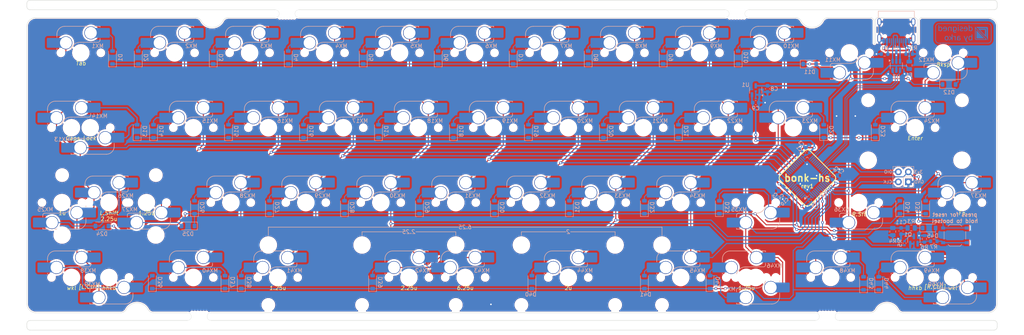
<source format=kicad_pcb>
(kicad_pcb (version 20241229) (generator "pcbnew") (generator_version "9.0")
  (layers (0 "F.Cu" signal) (2 "B.Cu" signal) (13 "F.Paste" user) (15 "B.Paste" user) (5 "F.SilkS" user "F.Silkscreen") (7 "B.SilkS" user "B.Silkscreen") (1 "F.Mask" user) (3 "B.Mask" user) (25 "Edge.Cuts" user))
  (net 0 "")
  (net 1 "Net-(D1-A)")
  (net 2 "Net-(D2-A)")
  (net 3 "Net-(D3-A)")
  (net 4 "Net-(D4-A)")
  (net 5 "Net-(D5-A)")
  (net 6 "Net-(D6-A)")
  (net 7 "Net-(D7-A)")
  (net 8 "Net-(D8-A)")
  (net 9 "Net-(D9-A)")
  (net 10 "Net-(D10-A)")
  (net 11 "Net-(D11-A)")
  (net 12 "Net-(D13-A)")
  (net 13 "Net-(D14-A)")
  (net 14 "Net-(D15-A)")
  (net 15 "Net-(D16-A)")
  (net 16 "Net-(D17-A)")
  (net 17 "Net-(D18-A)")
  (net 18 "Net-(D19-A)")
  (net 19 "Net-(D20-A)")
  (net 20 "Net-(D21-A)")
  (net 21 "Net-(D22-A)")
  (net 22 "Net-(D23-A)")
  (net 23 "Net-(D26-A)")
  (net 24 "Net-(D27-A)")
  (net 25 "Net-(D29-A)")
  (net 26 "Net-(D30-A)")
  (net 27 "Net-(D31-A)")
  (net 28 "Net-(D32-A)")
  (net 29 "Net-(D33-A)")
  (net 30 "Net-(D34-A)")
  (net 31 "Net-(D36-A)")
  (net 32 "Net-(D37-A)")
  (net 33 "Net-(D39-A)")
  (net 34 "Net-(D12-A)")
  (net 35 "Net-(D24-A)")
  (net 36 "Net-(D38-A)")
  (net 37 "+5V")
  (net 38 "D-")
  (net 39 "D+")
  (net 40 "row0")
  (net 41 "col11")
  (net 42 "row1")
  (net 43 "row3")
  (net 44 "col0")
  (net 45 "col1")
  (net 46 "col2")
  (net 47 "col3")
  (net 48 "col4")
  (net 49 "col5")
  (net 50 "col6")
  (net 51 "col7")
  (net 52 "col8")
  (net 53 "col9")
  (net 54 "col10")
  (net 55 "GND")
  (net 56 "Net-(D25-A)")
  (net 57 "Net-(D28-A)")
  (net 58 "Net-(D35-A)")
  (net 59 "+3V3")
  (net 60 "BOOT")
  (net 70 "Net-(D40-A)")
  (net 71 "Net-(D41-A)")
  (net 72 "Net-(D42-A)")
  (net 73 "Net-(D43-A)")
  (net 75 "row2")
  (net 76 "Net-(D44-A)")
  (net 83 "SWDIO")
  (net 84 "nRST")
  (net 85 "SWCLK")
  (net 86 "Net-(J4-D--PadA7)")
  (net 87 "Net-(J4-D+-PadA6)")
  (net 88 "Net-(J4-CC2)")
  (net 89 "Net-(J4-CC1)")
  (net 90 "Net-(F1-Pad1)")
  (net 91 "Net-(D45-K)")
  (net 92 "Net-(D45-A)")
  (net 93 "Net-(Q1-D)")
  (net 94 "Net-(Q1-G)")
  (footprint "PCM_marbastlib-mx:STAB_MX_2.25u" (layer "F.Cu") (at 34.23045 60.424178)
    (property "Reference" "S2" (hide yes))
    (property "Value" "2.25")
  )
  (footprint "MountingHole:ToolingHole_1.152mm" (layer "F.Cu") (at 258.365418 91.646455)
    (property "Reference" "REF**" (hide yes))
    (property "Value" "ToolingHole_1.152mm")
  )
  (footprint "PCM_marbastlib-various:mousebites_2mm" (layer "F.Cu") (at 57.149962 88.4242 90)
    (property "Reference" "REF**" (hide yes))
    (property "Value" "mousebites 2mm" (hide yes))
    (fp_arc (start 0 -3) (mid -1 -2) (end -2 -3) (stroke (width 0.05)) (layer "Edge.Cuts"))
    (fp_arc (start -2 3) (mid -1 2) (end 0 3) (stroke (width 0.05)) (layer "Edge.Cuts"))
  )
  (footprint "MountingHole:ToolingHole_1.152mm" (layer "F.Cu") (at 258.365418 10.151945)
    (property "Reference" "REF**" (hide yes))
    (property "Value" "ToolingHole_1.152mm")
  )
  (footprint "MountingHole:ToolingHole_1.152mm" (layer "F.Cu") (at 14.88281 10.151945)
    (property "Reference" "REF**" (hide yes))
    (property "Value" "ToolingHole_1.152mm")
  )
  (footprint "PCM_marbastlib-mx:STAB_MX_2.25u" (layer "F.Cu") (at 239.017778 41.374194)
    (property "Reference" "S1" (hide yes))
    (property "Value" "2.25")
  )
  (footprint "MountingHole:ToolingHole_1.152mm" (layer "F.Cu") (at 14.88281 91.646455)
    (property "Reference" "REF**" (hide yes))
    (property "Value" "ToolingHole_1.152mm")
  )
  (footprint "PCM_marbastlib-various:mousebites_2mm" (layer "F.Cu") (at 216.693578 88.4242 90)
    (property "Reference" "REF**" (hide yes))
    (property "Value" "mousebites 2mm" (hide yes))
    (fp_arc (start 0 -3) (mid -1 -2) (end -2 -3) (stroke (width 0.05)) (layer "Edge.Cuts"))
    (fp_arc (start -2 3) (mid -1 2) (end 0 3) (stroke (width 0.05)) (layer "Edge.Cuts"))
  )
  (footprint "PCM_marbastlib-mx:STAB_MX_2.25u" (layer "F.Cu") (at 110.430386 79.474162 180)
    (property "Reference" "S5" (hide yes))
    (property "Value" "2.25")
  )
  (footprint "PCM_marbastlib-mx:STAB_MX_2u" (layer "F.Cu") (at 150.911602 79.474162 180)
    (property "Reference" "S3" (hide yes))
    (property "Value" "2")
  )
  (footprint "PCM_marbastlib-various:mousebites_2mm" (layer "F.Cu") (at 79.474162 13.3742 -90)
    (property "Reference" "REF**" (hide yes))
    (property "Value" "mousebites 2mm" (hide yes))
    (fp_arc (start -2 3) (mid -1 2) (end 0 3) (stroke (width 0.05)) (layer "Edge.Cuts"))
    (fp_arc (start 0 -3) (mid -1 -2) (end -2 -3) (stroke (width 0.05)) (layer "Edge.Cuts"))
  )
  (footprint "PCM_marbastlib-various:mousebites_2mm" (layer "F.Cu") (at 193.774066 13.3742 -90)
    (property "Reference" "REF**" (hide yes))
    (property "Value" "mousebites 2mm" (hide yes))
    (fp_arc (start -2 3) (mid -1 2) (end 0 3) (stroke (width 0.05)) (layer "Edge.Cuts"))
    (fp_arc (start 0 -3) (mid -1 -2) (end -2 -3) (stroke (width 0.05)) (layer "Edge.Cuts"))
  )
  (footprint "PCM_marbastlib-mx:STAB_MX_6.25u" (layer "F.Cu") (at 124.717874 79.474162 180)
    (property "Reference" "S4" (hide yes))
    (property "Value" "6.25")
  )
  (footprint "PCM_marbastlib-mx:SW_MX_HS_CPG151101S11_1u" (layer "B.Cu") (at 124.717874 79.474162 180)
    (property "Reference" "MX43")
    (property "Value" "MX_SW_solder")
  )
  (footprint "PCM_marbastlib-mx:SW_MX_HS_CPG151101S11_1u" (layer "B.Cu") (at 22.284346 60.424178)
    (property "Reference" "MX25")
    (property "Value" "MX_SW_solder")
  )
  (footprint "PCM_marbastlib-mx:SW_MX_HS_CPG151101S11_1u" (layer "B.Cu") (at 55.661682 41.374194 180)
    (property "Reference" "MX15")
    (property "Value" "MX_SW_solder")
  )
  (footprint "Connector_USB:USB_C_Receptacle_G-Switch_GT-USB-7010ASV" (layer "B.Cu") (at 234.255282 15.5)
    (property "Reference" "J4")
    (property "Value" "USB_C_Receptacle_USB2.0_14P")
  )
  (footprint "PCM_marbastlib-mx:SW_MX_HS_CPG151101S11_1u" (layer "B.Cu") (at 146.149206 22.32421 180)
    (property "Reference" "MX7")
    (property "Value" "MX_SW_solder")
  )
  (footprint "Diode_SMD:D_SOD-123" (layer "B.Cu") (at 98.821802 23.514834 90)
    (property "Reference" "D5")
    (property "Value" "1N4148W")
  )
  (footprint "PCM_marbastlib-mx:SW_MX_HS_CPG151101S11_1u" (layer "B.Cu") (at 150.911602 79.474162 180)
    (property "Reference" "MX44")
    (property "Value" "MX_SW_solder")
  )
  (footprint "Diode_SMD:D_SOD-123" (layer "B.Cu") (at 79.771818 23.514834 90)
    (property "Reference" "D4")
    (property "Value" "1N4148W")
  )
  (footprint "PCM_marbastlib-mx:SW_MX_HS_CPG151101S11_1u" (layer "B.Cu") (at 189.011634 41.374194 180)
    (property "Reference" "MX22")
    (property "Value" "MX_SW_solder")
  )
  (footprint "Diode_SMD:D_SOD-123" (layer "B.Cu") (at 170.259242 80.664786 90)
    (property "Reference" "D41")
    (property "Value" "1N4148W")
  )
  (footprint "Capacitor_SMD:C_0402_1005Metric" (layer "B.Cu") (at 217.645661 53.166839 45)
    (property "Reference" "C6")
    (property "Value" "10n")
  )
  (footprint "Button_Switch_SMD:SW_Push_1P1T_XKB_TS-1187A" (layer "B.Cu") (at 249.138082 68.758546)
    (property "Reference" "SW1" (hide yes))
    (property "Value" "SW_Push")
  )
  (footprint "Resistor_SMD:R_0402_1005Metric" (layer "B.Cu") (at 236.338874 70.753074 -90)
    (property "Reference" "R5")
    (property "Value" "100")
  )
  (footprint "PCM_marbastlib-mx:SW_MX_HS_CPG151101S11_1u" (layer "B.Cu") (at 103.286642 60.424146 180)
    (property "Reference" "MX30")
    (property "Value" "MX_SW_solder")
  )
  (footprint "Resistor_SMD:R_0603_1608Metric" (layer "B.Cu") (at 237.529498 22.621866 180)
    (property "Reference" "R2")
    (property "Value" "5.1k")
  )
  (footprint "PCM_marbastlib-mx:SW_MX_HS_CPG151101S11_1.5u" (layer "B.Cu") (at 27.086706 22.32421 180)
    (property "Reference" "MX1")
    (property "Value" "MX_SW_solder")
  )
  (footprint "designer:Arko's Designs" (layer "B.Cu") (at 258.365418 14.88281 180)
    (property "Reference" "REF**" (hide yes))
    (property "Value" "Arko's Designs" (hide yes))
  )
  (footprint "Resistor_SMD:R_0805_2012Metric" (layer "B.Cu") (at 238.035746 66.883546)
    (property "Reference" "R3")
    (property "Value" "330k")
  )
  (footprint "Resistor_SMD:R_0603_1608Metric" (layer "B.Cu") (at 241.399026 69.651514 -90)
    (property "Reference" "R6")
    (property "Value" "10k")
  )
  (footprint "PCM_marbastlib-mx:SW_MX_HS_CPG151101S11_1u" (layer "B.Cu") (at 122.336626 60.424146 180)
    (property "Reference" "MX31")
    (property "Value" "MX_SW_solder")
  )
  (footprint "Diode_SMD:D_SOD-123" (layer "B.Cu") (at 121.741346 42.267162 90)
    (property "Reference" "D18")
    (property "Value" "1N4148W")
  )
  (footprint "Capacitor_SMD:C_0603_1608Metric" (layer "B.Cu") (at 198.536562 35)
    (property "Reference" "C9")
    (property "Value" "1u")
  )
  (footprint "Capacitor_SMD:C_0402_1005Metric" (layer "B.Cu") (at 212.345661 59.945661 -45)
    (property "Reference" "C2")
    (property "Value" "100n")
  )
  (footprint "Resistor_SMD:R_0805_2012Metric" (layer "B.Cu") (at 233.362314 67.796046 -90)
    (property "Reference" "R4")
    (property "Value" "1M")
  )
  (footprint "PCM_marbastlib-mx:SW_MX_HS_CPG151101S11_1u" (layer "B.Cu") (at 88.999206 22.32421 180)
    (property "Reference" "MX4")
    (property "Value" "MX_SW_solder")
  )
  (footprint "Package_QFP:LQFP-48_7x7mm_P0.5mm" (layer "B.Cu") (at 211.60625 53.90625 45)
    (property "Reference" "U2")
    (property "Value" "STM32F072CBTx")
  )
  (footprint "PCM_marbastlib-mx:SW_MX_HS_CPG151101S11_1u" (layer "B.Cu") (at 84.236658 60.424146 180)
    (property "Reference" "MX29")
    (property "Value" "MX_SW_solder")
  )
  (footprint "PCM_marbastlib-mx:SW_MX_HS_CPG151101S11_1u" (layer "B.Cu") (at 179.486578 60.424178 180)
    (property "Reference" "MX34")
    (property "Value" "MX_SW_solder")
  )
  (footprint "PCM_marbastlib-mx:SW_MX_HS_CPG151101S11_1u" (layer "B.Cu") (at 184.249206 22.32421 180)
    (property "Reference" "MX9")
    (property "Value" "MX_SW_solder")
  )
  (footprint "Diode_SMD:D_SOD-123" (layer "B.Cu") (at 101.20305 80.664786 90)
    (property "Reference" "D39")
    (property "Value" "1N4148W")
  )
  (footprint "Diode_SMD:D_SOD-123" (layer "B.Cu") (at 45.541378 42.267162 90)
    (property "Reference" "D14")
    (property "Value" "1N4148W")
  )
  (footprint "Diode_SMD:D_SOD-123" (layer "B.Cu") (at 247.649802 30.360922)
    (property "Reference" "D12")
    (property "Value" "1N4148W")
  )
  (footprint "Diode_SMD:D_SOD-123" (layer "B.Cu") (at 141.684266 80.664786 90)
    (property "Reference" "D40")
    (property "Value" "1N4148W")
  )
  (footprint "Diode_SMD:D_SOD-123" (layer "B.Cu") (at 102.691346 42.267162 90)
    (property "Reference" "D17")
    (property "Value" "1N4148W")
  )
  (footprint "PCM_marbastlib-mx:SW_MX_HS_CPG151101S11_1.25u" (layer "B.Cu") (at 43.755442 60.424178)
    (property "Reference" "MX27")
    (property "Value" "MX_SW_solder")
  )
  (footprint "Diode_SMD:D_SOD-123" (layer "B.Cu") (at 215.80061 42.267162 90)
    (property "Reference" "D22")
    (property "Value" "1N4148W")
  )
  (footprint "PCM_marbastlib-mx:SW_MX_HS_CPG151101S11_1u" (layer "B.Cu") (at 198.536562 79.474162)
    (property "Reference" "MX47")
    (property "Value" "MX_SW_solder")
  )
  (footprint "Capacitor_SMD:C_0402_1005Metric" (layer "B.Cu") (at 210.85625 47.936754 135)
    (property "Reference" "C1")
    (property "Value" "100n")
  )
  (footprint "Diode_SMD:D_SOD-123" (layer "B.Cu") (at 63.698394 80.664786 90)
    (property "Reference" "D37")
    (property "Value" "1N4148W")
  )
  (footprint "PCM_marbastlib-mx:SW_MX_HS_CPG151101S11_1u" (layer "B.Cu") (at 222.349206 22.32421)
    (property "Reference" "MX11")
    (property "Value" "MX_SW_solder")
  )
  (footprint "PCM_marbastlib-mx:SW_MX_HS_CPG151101S11_1.25u" (layer "B.Cu") (at 248.54277 79.474162)
    (property "Reference" "MX50")
    (property "Value" "MX_SW_solder")
  )
  (footprint "Diode_SMD:D_SOD-123" (layer "B.Cu") (at 235.14825 61.614802 90)
    (property "Reference" "D34")
    (property "Value" "1N4148W")
  )
  (footprint "Package_TO_SOT_SMD:SOT-23-6" (layer "B.Cu") (at 234.255282 25.598426 -90)
    (property "Reference" "U3")
    (property "Value" "USBLC6-2SC6")
  )
  (footprint "Capacitor_SMD:C_0402_1005Metric" (layer "B.Cu") (at 207.366839 58.645661 45)
    (property "Reference" "C10")
    (property "Value" "100n")
  )
  (footprint "Fuse:Fuse_0805_2012Metric" (layer "B.Cu") (at 237.529498 25.498426 -90)
    (property "Reference" "F1")
    (property "Value" "500mA")
  )
  (footprint "PCM_marbastlib-mx:SW_MX_HS_CPG151101S11_1u" (layer "B.Cu") (at 203.299206 22.32421 180)
    (property "Reference" "MX10")
    (property "Value" "MX_SW_solder")
  )
  (footprint "PCM_marbastlib-mx:SW_MX_HS_CPG151101S11_1u" (layer "B.Cu") (at 165.199206 22.32421 180)
    (property "Reference" "MX8")
    (property "Value" "MX_SW_solder")
  )
  (footprint "Diode_SMD:D_SOD-123" (layer "B.Cu") (at 155.971754 23.514834 90)
    (property "Reference" "D8")
    (property "Value" "1N4148W")
  )
  (footprint "PCM_marbastlib-mx:SW_MX_HS_CPG151101S11_1u" (layer "B.Cu") (at 150.911634 41.374194 180)
    (property "Reference" "MX20")
    (property "Value" "MX_SW_solder")
  )
  (footprint "Diode_SMD:D_SOD-123" (layer "B.Cu") (at 186.927978 80.664786 90)
    (property "Reference" "D42")
    (property "Value" "1N4148W")
  )
  (footprint "PCM_marbastlib-mx:SW_MX_HS_CPG151101S11_1u" (layer "B.Cu") (at 34.23045 60.424178 180)
    (property "Reference" "MX26")
    (property "Value" "MX_SW_solder")
  )
  (footprint "PCM_marbastlib-mx:SW_MX_HS_CPG151101S11_1.25u" (layer "B.Cu") (at 34.23045 79.474162)
    (property "Reference" "MX39")
    (property "Value" "MX_SW_solder")
  )
  (footprint "Diode_SMD:D_SOD-123" (layer "B.Cu") (at 175.021738 23.514834 90)
    (property "Reference" "D9")
    (property "Value" "1N4148W")
  )
  (footprint "Diode_SMD:D_SOD-123" (layer "B.Cu") (at 60.721834 23.514834 90)
    (property "Reference" "D3")
    (property "Value" "1N4148W")
  )
  (footprint "Diode_SMD:D_SOD-123" (layer "B.Cu") (at 45.243722 80.664786 90)
    (property "Reference" "D36")
    (property "Value" "1N4148W")
  )
  (footprint "PCM_marbastlib-mx:SW_MX_HS_CPG151101S11_1u" (layer "B.Cu") (at 250.924018 60.424178 180)
    (property "Reference" "MX37")
    (property "Value" "MX_SW_solder")
  )
  (footprint "PCM_marbastlib-mx:SW_MX_HS_CPG151101S11_1.25u" (layer "B.Cu") (at 196.155314 79.474162 180)
    (property "Reference" "MX46")
    (property "Value" "MX_SW_solder")
  )
  (footprint "Diode_SMD:D_SOD-123" (layer "B.Cu") (at 229.790442 80.962442 90)
    (property "Reference" "D44")
    (property "Value" "1N4148W")
  )
  (footprint "Connector_PinHeader_2.54mm:PinHeader_2x02_P2.54mm_Vertical" (layer "B.Cu") (at 237.316218 55.150746 90)
    (property "Reference" "J3" (hide yes))
    (property "Value" "Conn_01x04")
  )
  (footprint "PCM_marbastlib-mx:SW_MX_HS_CPG151101S11_1u" (layer "B.Cu") (at 74.711666 41.374194 180)
    (property "Reference" "MX16")
    (property "Value" "MX_SW_solder")
  )
  (footprint "Capacitor_SMD:C_0402_1005Metric" (layer "B.Cu") (at 206.166839 57.645661 -135)
    (property "Reference" "C4")
    (property "Value" "100n")
  )
  (footprint "Diode_SMD:D_SOD-123" (layer "B.Cu") (at 170.259242 61.614802 90)
    (property "Reference" "D32")
    (property "Value" "1N4148W")
  )
  (footprint "PCM_marbastlib-mx:SW_MX_HS_CPG151101S11_1u" (layer "B.Cu") (at 141.38661 60.424178 180)
    (property "Reference" "MX32")
    (property "Value" "MX_SW_solder")
  )
  (footprint "PCM_marbastlib-mx:SW_MX_HS_CPG151101S11_1u" (layer "B.Cu") (at 217.586546 79.474162 180)
    (property "Reference" "MX48")
    (property "Value" "MX_SW_solder")
  )
  (footprint "Resistor_SMD:R_0603_1608Metric" (layer "B.Cu") (at 231.278722 22.621866)
    (property "Reference" "R1")
    (property "Value" "5.1k")
  )
  (footprint "Diode_SMD:D_SOD-123" (layer "B.Cu") (at 32.444514 66.377298 180)
    (property "Reference" "D24")
    (property "Value" "1N4148W")
  )
  (footprint "PCM_marbastlib-mx:SW_MX_HS_CPG151101S11_1u" (layer "B.Cu") (at 208.061554 41.374194 180)
    (property "Reference" "MX23")
    (property "Value" "MX_SW_solder")
  )
  (footprint "PCM_marbastlib-mx:SW_MX_HS_CPG151101S11_1.75u_STP_1.25" (layer "B.Cu") (at 24.705458 41.374194 180)
    (property "Reference" "MX14")
    (property "Value" "MX_SW_solder")
  )
  (footprint "Diode_SMD:D_SOD-123" (layer "B.Cu") (at 194.071722 23.514834 90)
    (property "Reference" "D10")
    (property "Value" "1N4148W")
  )
  (footprint "Diode_SMD:D_SOD-123" (layer "B.Cu") (at 35.123418 23.514834 90)
    (property "Reference" "D1")
    (property "Value" "1N4148W")
  )
  (footprint "Capacitor_SMD:C_0603_1608Metric" (layer "B.Cu") (at 205.033242 56.929258 -135)
    (property "Reference" "C5")
    (property "Value" "1u")
  )
  (footprint "PCM_marbastlib-mx:SW_MX_HS_CPG151101S11_1u" (layer "B.Cu") (at 110.430386 79.474162 180)
    (property "Reference" "MX42")
    (property "Value" "MX_SW_solder")
  )
  (footprint "Diode_SMD:D_SOD-123" (layer "B.Cu") (at 132.159274 61.614802 90)
    (property "Reference" "D30")
    (property "Value" "1N4148W")
  )
  (footprint "PCM_marbastlib-mx:SW_MX_HS_CPG151101S11_1.25u" (layer "B.Cu") (at 239.017778 79.474162 180)
    (property "Reference" "MX49")
    (property "Value" "MX_SW_solder")
  )
  (footprint "Diode_SMD:D_SOD-123" (layer "B.Cu") (at 140.791346 42.267162 90)
    (property "Reference" "D19")
    (property "Value" "1N4148W")
  )
  (footprint "PCM_marbastlib-mx:SW_MX_HS_CPG151101S11_1u" (layer "B.Cu") (at 112.811634 41.374194 180)
    (property "Reference" "MX18")
    (property "Value" "MX_SW_solder")
  )
  (footprint "Diode_SMD:D_SOD-123" (layer "B.Cu") (at 113.10929 61.614802 90)
    (property "Reference" "D29")
    (property "Value" "1N4148W")
  )
  (footprint "PCM_marbastlib-mx:SW_MX_HS_CPG151101S11_1u" (layer "B.Cu") (at 93.76165 41.374194 180)
    (property "Reference" "MX17")
    (property "Value" "MX_SW_solder")
  )
  (footprint "Diode_SMD:D_SOD-123" (layer "B.Cu") (at 178.89125 42.267162 90)
    (property "Reference" "D21")
    (property "Value" "1N4148W")
  )
  (footprint "Diode_SMD:D_SOD-123" (layer "B.Cu") (at 225.920914 80.962442 90)
    (property "Reference" "D43")
    (property "Value" "1N4148W")
  )
  (footprint "PCM_marbastlib-mx:SW_MX_HS_CPG151101S11_1u" (layer "B.Cu") (at 131.861634 41.374194 180)
    (property "Reference" "MX19")
    (property "Value" "MX_SW_solder")
  )
  (footprint "Diode_SMD:D_SOD-123" (layer "B.Cu") (at 41.67185 23.514834 90)
    (property "Reference" "D2")
    (property "Value" "1N4148W")
  )
  (footprint "PCM_marbastlib-mx:SW_MX_HS_CPG151101S11_1u" (layer "B.Cu") (at 69.949206 22.32421 180)
    (property "Reference" "MX3")
    (property "Value" "MX_SW_solder")
  )
  (footprint "Diode_SMD:D_SOD-123" (layer "B.Cu") (at 242.58965 66.883546)
    (property "Reference" "D45")
    (property "Value" "1N4148W")
  )
  (footprint "PCM_marbastlib-mx:SW_MX_HS_CPG151101S11_1u" (layer "B.Cu") (at 65.186674 60.424146 180)
    (property "Reference" "MX28")
    (property "Value" "MX_SW_solder")
  )
  (footprint "Capacitor_SMD:C_0603_1608Metric" (layer "B.Cu") (at 218.58125 54.08125 45)
    (property "Reference" "C7")
    (property "Value" "4.7u")
  )
  (footprint "PCM_marbastlib-mx:SW_MX_HS_CPG151101S11_1u" (layer "B.Cu") (at 127.099206 22.32421 180)
    (property "Reference" "MX6")
    (property "Value" "MX_SW_solder")
  )
  (footprint "PCM_marbastlib-mx:SW_MX_HS_CPG151101S11_1.75u" (layer "B.Cu") (at 29.467954 41.374194)
    (property "Reference" "MX13")
    (property "Value" "MX_SW_solder")
  )
  (footprint "Diode_SMD:D_SOD-123" (layer "B.Cu") (at 55.959338 61.614802 90)
    (property "Reference" "D26")
    (property "Value" "1N4148W")
  )
  (footprint "PCM_marbastlib-mx:SW_MX_HS_CPG151101S11_1u" (layer "B.Cu") (at 55.661682 79.474162 180)
    (property "Reference" "MX40")
    (property "Value" "MX_SW_solder")
  )
  (footprint "Diode_SMD:D_SOD-123" (layer "B.Cu") (at 159.84125 42.267162 90)
    (property "Reference" "D20")
    (property "Value" "1N4148W")
  )
  (footprint "Diode_SMD:D_SOD-123" (layer "B.Cu") (at 54.309338 66.377298 180)
    (property "Reference" "D25")
    (property "Value" "1N4148W")
  )
  (footprint "PCM_marbastlib-mx:SW_MX_HS_CPG151101S11_1u" (layer "B.Cu") (at 169.961634 41.374194 180)
    (property "Reference" "MX21")
    (property "Value" "MX_SW_solder")
  )
  (footprint "PCM_marbastlib-mx:SW_MX_HS_CPG151101S11_1u" (layer "B.Cu") (at 108.049206 22.32421 180)
    (property "Reference" "MX5")
    (property "Value" "MX_SW_solder")
  )
  (footprint "Diode_SMD:D_SOD-123" (layer "B.Cu") (at 151.209258 61.614802 90)
    (property "Reference" "D31")
    (property "Value" "1N4148W")
  )
  (footprint "Capacitor_SMD:C_0603_1608Metric" (layer "B.Cu") (at 235.445906 67.658546 90)
    (property "Reference" "C11")
    (property "Value" "10u")
  )
  (footprint "Diode_SMD:D_SOD-123" (layer "B.Cu") (at 41.374194 42.267162 90)
    (property "Reference" "D13")
    (property "Value" "1N4148W")
  )
  (footprint "PCM_marbastlib-mx:SW_MX_HS_CPG151101S11_1u" (layer "B.Cu") (at 160.436594 60.424178 180)
    (property "Reference" "MX33")
    (property "Value" "MX_SW_solder")
  )
  (footprint "Diode_SMD:D_SOD-123" (layer "B.Cu") (at 83.641346 42.267162 90)
    (property "Reference" "D16")
    (property "Value" "1N4148W")
  )
  (footprint "PCM_marbastlib-mx:SW_MX_HS_CPG151101S11_1u" (layer "B.Cu") (at 198.536562 60.424178)
    (property "Reference" "MX35")
    (property "Value" "MX_SW_solder")
  )
  (footprint "Diode_SMD:D_SOD-123" (layer "B.Cu") (at 117.871786 23.514834 90)
    (property "Reference" "D6")
    (property "Value" "1N4148W")
  )
  (footprint "Diode_SMD:D_SOD-123" (layer "B.Cu") (at 136.92177 23.514834 90)
    (property "Reference" "D7")
    (property "Value" "1N4148W")
  )
  (footprint "Diode_SMD:D_SOD-123" (layer "B.Cu") (at 228.897474 42.267162 90)
    (property "Reference" "D23")
    (property "Value" "1N4148W")
  )
  (footprint "PCM_marbastlib-mx:SW_MX_HS_CPG151101S11_1.5u" (layer "B.Cu") (at 246.161522 22.32421)
    (property "Reference" "MX12")
    (property "Value" "MX_SW_solder")
  )
  (footprint "Diode_SMD:D_SOD-123" (layer "B.Cu") (at 189.309226 61.614802 90)
    (property "Reference" "D33")
    (property "Value" "1N4148W")
  )
  (footprint "PCM_marbastlib-mx:SW_MX_HS_CPG151101S11_1u" (layer "B.Cu") (at 50.899206 22.32421 180)
    (property "Reference" "MX2")
    (property "Value" "MX_SW_solder")
  )
  (footprint "Diode_SMD:D_SOD-123" (layer "B.Cu") (at 75.009322 61.614802 90)
    (property "Reference" "D27")
    (property "Value" "1N4148W")
  )
  (footprint "Diode_SMD:D_SOD-123" (layer "B.Cu") (at 212.228738 25.164834)
    (property "Reference" "D11")
    (property "Value" "1N4148W")
  )
  (footprint "PCM_marbastlib-mx:SW_MX_HS_CPG151101S11_1u" (layer "B.Cu") (at 179.486578 79.474162 180)
    (property "Reference" "MX45")
    (property "Value" "MX_SW_solder")
  )
  (footprint "PCM_marbastlib-mx:SW_MX_HS_CPG151101S11_1.75u" (layer "B.Cu") (at 224.690426 60.424178)
    (property "Reference" "MX36")
    (property "Value" "MX_SW_solder")
  )
  (footprint "Capacitor_SMD:C_0603_1608Metric" (layer "B.Cu") (at 201.539826 31.486702 -90)
    (property "Reference" "C8")
    (property "Value" "1u")
  )
  (footprint "Diode_SMD:D_SOD-123" (layer "B.Cu") (at 64.591362 42.267162 90)
    (property "Reference" "D15")
    (property "Value" "1N4148W")
  )
  (footprint "Diode_SMD:D_SOD-123" (layer "B.Cu") (at 241.696682 61.614802 90)
    (property "Reference" "D35")
    (property "Value" "1N4148W")
  )
  (footprint "Capacitor_SMD:C_0603_1608Metric" (layer "B.Cu") (at 211.779074 47.036754 135)
    (property "Reference" "C3")
    (property "Value" "4.7u")
  )
  (footprint "Package_TO_SOT_SMD:SOT-23" (layer "B.Cu") (at 238.720122 69.94917 90)
    (property "Reference" "Q1")
    (property "Value" "2N7002")
  )
  (footprint "Diode_SMD:D_SOD-123" (layer "B.Cu") (at 94.059306 61.614802 90)
    (property "Reference" "D28")
    (property "Value" "1N4148W")
  )
  (footprint "PCM_marbastlib-mx:SW_MX_HS_CPG151101S11_1.25u" (layer "B.Cu") (at 24.705458 79.474162 180)
    (property "Reference" "MX38")
    (property "Value" "MX_SW_solder")
  )
  (footprint "Package_TO_SOT_SMD:SOT-23-3" (layer "B.Cu") (at 198.536562 31.849202 90)
    (property "Reference" "U1")
    (property "Value" "XC6206PxxxMR")
  )
  (footprint "Diode_SMD:D_SOD-123" (layer "B.Cu") (at 67.865578 80.664786 90)
    (property "Reference" "D38")
    (property "Value" "1N4148W")
  )
  (footprint "PCM_marbastlib-mx:SW_MX_HS_CPG151101S11_1u" (layer "B.Cu") (at 239.017778 41.374194 180)
    (property "Reference" "MX24")
    (property "Value" "MX_SW_solder")
  )
  (footprint "PCM_marbastlib-mx:SW_MX_HS_CPG151101S11_1.25u" (layer "B.Cu") (at 77.092914 79.474162 180)
    (property "Reference" "MX41")
    (property "Value" "MX_SW_solder")
  )
  (footprint "Resistor_SMD:R_0603_1608Metric" (layer "B.Cu") (at 243.780274 70.246826 180)
    (property "Reference" "R7")
    (property "Value" "1k")
  )
  (gr_arc (start 204.790624 54.850005) (mid 204.497723 54.142899) (end 204.790624 53.435791) (stroke (width 0.25)) (layer "F.SilkS"))
  (gr_line (start 218.53058 54.850005) (end 212.367709 61.012876) (stroke (width 0.25)) (layer "F.SilkS"))
  (gr_line (start 204.790624 53.435791) (end 210.953495 47.27292) (stroke (width 0.25)) (layer "F.SilkS"))
  (gr_arc (start 218.53058 53.435791) (mid 218.823483 54.142899) (end 218.53058 54.850005) (stroke (width 0.25)) (layer "F.SilkS"))
  (gr_line (start 212.367709 47.27292) (end 218.53058 53.435791) (stroke (width 0.25)) (layer "F.SilkS"))
  (gr_arc (start 212.367709 61.012876) (mid 211.660602 61.305769) (end 210.953495 61.012876) (stroke (width 0.25)) (layer "F.SilkS"))
  (gr_arc (start 210.953495 47.27292) (mid 211.660602 46.980027) (end 212.367709 47.27292) (stroke (width 0.25)) (layer "F.SilkS"))
  (gr_line (start 210.953495 61.012876) (end 204.790624 54.850005) (stroke (width 0.25)) (layer "F.SilkS"))
  (gr_line (start 162.817842 67.865578) (end 151.506914 67.865578) (stroke (width 0.15)) (layer "B.SilkS"))
  (gr_line (start 74.711666 66.674954) (end 74.711666 68.758546) (stroke (width 0.15)) (layer "B.SilkS"))
  (gr_line (start 150.31629 67.865578) (end 139.005362 67.865578) (stroke (width 0.15)) (layer "B.SilkS"))
  (gr_line (start 122.931938 66.674954) (end 74.711666 66.674954) (stroke (width 0.15)) (layer "B.SilkS"))
  (gr_line (start 122.336626 68.758546) (end 122.336626 67.865578) (stroke (width 0.15)) (layer "B.SilkS"))
  (gr_line (start 162.817842 68.758546) (end 162.817842 67.865578) (stroke (width 0.15)) (layer "B.SilkS"))
  (gr_line (start 122.336626 67.865578) (end 112.216322 67.865578) (stroke (width 0.15)) (layer "B.SilkS"))
  (gr_line (start 174.724082 66.674954) (end 174.724082 68.758546) (stroke (width 0.15)) (layer "B.SilkS"))
  (gr_line (start 98.524146 67.865578) (end 98.524146 68.758546) (stroke (width 0.15)) (layer "B.SilkS"))
  (gr_line (start 126.50381 66.674954) (end 174.724082 66.674954) (stroke (width 0.15)) (layer "B.SilkS"))
  (gr_line (start 108.64445 67.865578) (end 98.524146 67.865578) (stroke (width 0.15)) (layer "B.SilkS"))
  (gr_line (start 139.005362 67.865578) (end 139.005362 68.758546) (stroke (width 0.15)) (layer "B.SilkS"))
  (gr_line (start 13.3734 15.6242) (end 13.373411 86.1742) (stroke (width 0.1)) (layer "Edge.Cuts"))
  (gr_arc (start 259.0734 90.4242) (mid 259.639085 90.658515) (end 259.8734 91.2242) (stroke (width 0.1)) (layer "Edge.Cuts"))
  (gr_line (start 229.397474 13.3742) (end 228.897474 13.8742) (stroke (width 0.1)) (layer "Edge.Cuts"))
  (gr_arc (start 235.99714 88.4242) (mid 235.219401 88.206874) (end 234.667106 87.617748) (stroke (width 0.1)) (layer "Edge.Cuts"))
  (gr_line (start 227.997475 13.3742) (end 228.497474 13.87508) (stroke (width 0.1)) (layer "Edge.Cuts"))
  (gr_line (start 235.99714 88.4242) (end 257.6234 88.4242) (stroke (width 0.1)) (layer "Edge.Cuts"))
  (gr_arc (start 14.1749 92.86871) (mid 13.609215 92.634395) (end 13.3749 92.06871) (stroke (width 0.1)) (layer "Edge.Cuts"))
  (gr_line (start 196.7741 11.3742) (end 259.0734 11.3742) (stroke (width 0.1)) (layer "Edge.Cuts"))
  (gr_line (start 13.3749 91.224199) (end 13.3749 92.06871) (stroke (width 0.1)) (layer "Edge.Cuts"))
  (gr_arc (start 259.0734 8.92969) (mid 259.639089 9.164004) (end 259.8734 9.72969) (stroke (width 0.1)) (layer "Edge.Cuts"))
  (gr_arc (start 63.21725 14.180652) (mid 63.769588 13.591593) (end 64.547284 13.3742) (stroke (width 0.1)) (layer "Edge.Cuts"))
  (gr_line (start 14.1749 11.3742) (end 76.4742 11.3742) (stroke (width 0.1)) (layer "Edge.Cuts"))
  (gr_arc (start 257.6234 13.3742) (mid 259.21439 14.03321) (end 259.8734 15.6242) (stroke (width 0.1)) (layer "Edge.Cuts"))
  (gr_line (start 259.0734 90.4242) (end 219.6936 90.4242) (stroke (width 0.1)) (layer "Edge.Cuts"))
  (gr_line (start 213.6936 88.4242) (end 60.15 88.4242) (stroke (width 0.1)) (layer "Edge.Cuts"))
  (gr_arc (start 13.3734 15.6242) (mid 14.03241 14.03321) (end 15.6234 13.3742) (stroke (width 0.1)) (layer "Edge.Cuts"))
  (gr_arc (start 215.617122 14.180652) (mid 212.82405 15.874202) (end 210.030978 14.180652) (stroke (width 0.1)) (layer "Edge.Cuts"))
  (gr_line (start 259.8734 10.5742) (end 259.8734 9.72969) (stroke (width 0.1)) (layer "Edge.Cuts"))
  (gr_line (start 14.1749 8.929689) (end 259.0734 8.92969) (stroke (width 0.1)) (layer "Edge.Cuts"))
  (gr_arc (start 229.080962 87.617748) (mid 231.874034 85.924199) (end 234.667106 87.617748) (stroke (width 0.1)) (layer "Edge.Cuts"))
  (gr_arc (start 259.8734 86.1742) (mid 259.21439 87.76519) (end 257.6234 88.4242) (stroke (width 0.1)) (layer "Edge.Cuts"))
  (gr_line (start 239.11309 13.3742) (end 239.61309 13.8742) (stroke (width 0.1)) (layer "Edge.Cuts"))
  (gr_arc (start 229.080962 87.617748) (mid 228.528644 88.206849) (end 227.750928 88.4242) (stroke (width 0.1)) (layer "Edge.Cuts"))
  (gr_arc (start 14.1749 11.3742) (mid 13.609215 11.139885) (end 13.3749 10.5742) (stroke (width 0.1)) (layer "Edge.Cuts"))
  (gr_arc (start 259.8734 92.068711) (mid 259.639085 92.634396) (end 259.0734 92.868711) (stroke (width 0.1)) (layer "Edge.Cuts"))
  (gr_line (start 13.3749 9.729689) (end 13.3749 10.5742) (stroke (width 0.1)) (layer "Edge.Cuts"))
  (gr_line (start 239.61309 19.8742) (end 239.61309 13.8742) (stroke (width 0.1)) (layer "Edge.Cuts"))
  (gr_line (start 216.947156 13.3742) (end 227.997475 13.3742) (stroke (width 0.1)) (layer "Edge.Cuts"))
  (gr_line (start 56.301072 13.3742) (end 15.6234 13.3742) (stroke (width 0.1)) (layer "Edge.Cuts"))
  (gr_line (start 227.750928 88.4242) (end 219.6936 88.4242) (stroke (width 0.1)) (layer "Edge.Cuts"))
  (gr_arc (start 215.617122 14.180652) (mid 216.169466 13.59162) (end 216.947156 13.3742) (stroke (width 0.1)) (layer "Edge.Cuts"))
  (gr_arc (start 208.700944 13.3742) (mid 209.478641 13.591578) (end 210.030978 14.180652) (stroke (width 0.1)) (layer "Edge.Cuts"))
  (gr_line (start 240.01309 19.8742) (end 240.01309 13.874779) (stroke (width 0.1)) (layer "Edge.Cuts"))
  (gr_line (start 54.15 90.4242) (end 14.1749 90.4242) (stroke (width 0.1)) (layer "Edge.Cuts"))
  (gr_line (start 228.497474 19.8742) (end 228.497474 13.87508) (stroke (width 0.1)) (layer "Edge.Cuts"))
  (gr_line (start 259.0734 92.868711) (end 14.1749 92.86871) (stroke (width 0.1)) (layer "Edge.Cuts"))
  (gr_arc (start 45.4973 88.4242) (mid 44.719619 88.206788) (end 44.167266 87.617748) (stroke (width 0.1)) (layer "Edge.Cuts"))
  (gr_line (start 259.8734 92.068711) (end 259.8734 91.2242) (stroke (width 0.1)) (layer "Edge.Cuts"))
  (gr_arc (start 228.897474 19.8742) (mid 228.697474 20.0742) (end 228.497474 19.8742) (stroke (width 0.1)) (layer "Edge.Cuts"))
  (gr_arc (start 259.8734 10.5742) (mid 259.639085 11.139885) (end 259.0734 11.3742) (stroke (width 0.1)) (layer "Edge.Cuts"))
  (gr_line (start 240.51309 13.3742) (end 240.01309 13.874779) (stroke (width 0.1)) (layer "Edge.Cuts"))
  (gr_line (start 259.8734 15.6242) (end 259.8734 86.1742) (stroke (width 0.1)) (layer "Edge.Cuts"))
  (gr_arc (start 38.581122 87.617748) (mid 41.374194 85.924199) (end 44.167266 87.617748) (stroke (width 0.1)) (layer "Edge.Cuts"))
  (gr_line (start 228.897474 19.8742) (end 228.897474 13.8742) (stroke (width 0.1)) (layer "Edge.Cuts"))
  (gr_arc (start 38.581122 87.617748) (mid 38.02884 88.206908) (end 37.251088 88.4242) (stroke (width 0.1)) (layer "Edge.Cuts"))
  (gr_arc (start 15.623411 88.4242) (mid 14.032414 87.765194) (end 13.373411 86.1742) (stroke (width 0.1)) (layer "Edge.Cuts"))
  (gr_line (start 82.4742 13.3742) (end 190.774066 13.3742) (stroke (width 0.1)) (layer "Edge.Cuts"))
  (gr_line (start 240.51309 13.3742) (end 257.6234 13.3742) (stroke (width 0.1)) (layer "Edge.Cuts"))
  (gr_arc (start 63.21725 14.180652) (mid 60.424178 15.874202) (end 57.631106 14.180652) (stroke (width 0.1)) (layer "Edge.Cuts"))
  (gr_line (start 37.24247 88.4242) (end 15.623411 88.4242) (stroke (width 0.1)) (layer "Edge.Cuts"))
  (gr_arc (start 56.301072 13.3742) (mid 57.078796 13.591551) (end 57.631106 14.180652) (stroke (width 0.1)) (layer "Edge.Cuts"))
  (gr_line (start 60.15 90.4242) (end 213.693578 90.424199) (stroke (width 0.1)) (layer "Edge.Cuts"))
  (gr_arc (start 13.3749 9.729689) (mid 13.609215 9.164004) (end 14.1749 8.929689) (stroke (width 0.1)) (layer "Edge.Cuts"))
  (gr_line (start 64.547284 13.374206) (end 76.4742 13.3742) (stroke (width 0.1)) (layer "Edge.Cuts"))
  (gr_arc (start 13.3749 91.224199) (mid 13.609215 90.658514) (end 14.1749 90.424199) (stroke (width 0.1)) (layer "Edge.Cuts"))
  (gr_line (start 190.7741 11.3742) (end 82.474162 11.374201) (stroke (width 0.1)) (layer "Edge.Cuts"))
  (gr_line (start 239.11309 13.3742) (end 229.397474 13.3742) (stroke (width 0.1)) (layer "Edge.Cuts"))
  (gr_line (start 208.7009 13.3742) (end 196.7741 13.3742) (stroke (width 0.1)) (layer "Edge.Cuts"))
  (gr_line (start 54.15 88.4242) (end 45.49753 88.4242) (stroke (width 0.1)) (layer "Edge.Cuts"))
  (gr_arc (start 240.01309 19.8742) (mid 239.81309 20.0742) (end 239.61309 19.8742) (stroke (width 0.1)) (layer "Edge.Cuts"))
  (gr_text "Enter" (at 239.017778 44.053098 0) (layer "F.SilkS") (effects (font (size 1 1) (thickness 0.15) (italic yes))))
  (gr_text "wkl" (at 248.54277 82.153066 0) (layer "F.SilkS") (effects (font (size 1 1) (thickness 0.15) (italic yes))))
  (gr_text "1.25u" (at 196.155314 82.153066 0) (layer "F.SilkS") (effects (font (size 1 1) (thickness 0.15) (italic yes))))
  (gr_text "1.25u" (at 77.092914 82.153066 0) (layer "F.SilkS") (effects (font (size 1 1) (thickness 0.15) (italic yes))))
  (gr_text "[L.Ctrl]" (at 29.170298 81.85541 0) (layer "F.SilkS") (effects (font (size 1 1) (thickness 0.15) (italic yes))))
  (gr_text "bonk-hs" (at 211.633426 54.173402 0) (layer "F.SilkS") (effects (font (size 1.8 1.8) (thickness 0.36) (bold yes))))
  (gr_text "wkl" (at 24.705458 82.153066 0) (layer "F.SilkS") (effects (font (size 1 1) (thickness 0.15) (italic yes))))
  (gr_text "R.Sft" (at 224.73029 63.400738 0) (layer "F.SilkS") (effects (font (size 1 1) (thickness 0.15) (italic yes))))
  (gr_text "6.25u" (at 124.717874 82.153066 0) (layer "F.SilkS") (effects (font (size 1 1) (thickness 0.15) (italic yes))))
  (gr_text "L.Shift" (at 34.230448 63.103082 0) (layer "F.SilkS") (effects (font (size 1 1) (thickness 0.15) (italic yes))))
  (gr_text "Fn" (at 250.924018 63.103082 0) (layer "F.SilkS") (effects (font (size 1 1) (thickness 0.15) (italic yes))))
  (gr_text "2u" (at 150.911602 82.153066 0) (layer "F.SilkS") (effects (font (size 1 1) (thickness 0.15) (italic yes))))
  (gr_text "1u" (at 22.32421 63.103082 0) (layer "F.SilkS") (effects (font (size 1 1) (thickness 0.15) (italic yes))))
  (gr_text "2.25u" (at 110.430386 82.153066 0) (layer "F.SilkS") (effects (font (size 1 1) (thickness 0.15) (italic yes))))
  (gr_text "Bksp" (at 246.161522 25.30077 0) (layer "F.SilkS") (effects (font (size 1 1) (thickness 0.15) (italic yes))))
  (gr_text "rev1" (at 211.633426 56.256994 0) (layer "F.SilkS") (effects (font (size 1 1) (thickness 0.2) (bold yes))))
  (gr_text "2.25u" (at 34.23045 64.591362 0) (layer "F.SilkS") (effects (font (size 1 1))))
  (gr_text "hhkb" (at 34.23045 82.153066 0) (layer "F.SilkS") (effects (font (size 1 1) (thickness 0.15) (italic yes))))
  (gr_text "1.25u" (at 43.755442 63.103082 0) (layer "F.SilkS") (effects (font (size 1 1) (thickness 0.15) (italic yes))))
  (gr_text "Tab" (at 27.086704 25.003114 0) (layer "F.SilkS") (effects (font (size 1 1) (thickness 0.15) (italic yes))))
  (gr_text "hhkb" (at 239.017778 82.153066 0) (layer "F.SilkS") (effects (font (size 1 1) (thickness 0.15) (italic yes))))
  (gr_text "Caps Lock" (at 27.086706 44.053098 0) (layer "F.SilkS") (effects (font (size 1 1) (thickness 0.15) (italic yes))))
  (gr_text "[R.Ctrl]" (at 244.07793 81.85541 0) (layer "F.SilkS") (effects (font (size 1 1) (thickness 0.15) (italic yes))))
  (gr_text "CLK" (at 233.252218 55.150746 0) (layer "B.SilkS") (effects (font (size 0.8 0.8) (thickness 0.125)) (justify left mirror)))
  (gr_text "GND" (at 238.74981 55.150746 0) (layer "B.SilkS") (effects (font (size 0.8 0.8) (thickness 0.125)) (justify right mirror)))
  (gr_text "press for reset\nhold to bootsel" (at 249.138082 64.293706 0) (layer "B.SilkS") (effects (font (size 1 1) (thickness 0.2) (bold yes)) (justify mirror)))
  (gr_text "6.25" (at 124.717874 66.674954 0) (layer "B.SilkS") (effects (font (size 1 1) (thickness 0.15) (italic yes)) (justify mirror)))
  (gr_text "2" (at 150.911602 67.865578 0) (layer "B.SilkS") (effects (font (size 1 1) (thickness 0.15) (italic yes)) (justify mirror)))
  (gr_text "DIO" (at 233.252218 52.610746 0) (layer "B.SilkS") (effects (font (size 0.8 0.8) (thickness 0.125)) (justify left mirror)))
  (gr_text "2.25" (at 110.430386 67.865578 0) (layer "B.SilkS") (effects (font (size 1 1) (thickness 0.15) (italic yes)) (justify mirror)))
  (gr_text "3v3" (at 238.74981 52.610746 0) (layer "B.SilkS") (effects (font (size 0.8 0.8) (thickness 0.125)) (justify right mirror)))
  (segment (start 29.626706 17.24421) (end 33.912946 17.24421) (width 0.25) (layer "B.Cu") (net 1))
  (segment (start 33.912946 17.24421) (end 35.123418 18.454682) (width 0.25) (layer "B.Cu") (net 1))
  (segment (start 35.123418 18.454682) (end 35.123418 21.864834) (width 0.25) (layer "B.Cu") (net 1))
  (segment (start 42.72357 19.78421) (end 41.67185 20.83593) (width 0.25) (layer "B.Cu") (net 2))
  (segment (start 47.089206 19.78421) (end 42.72357 19.78421) (width 0.25) (layer "B.Cu") (net 2))
  (segment (start 41.67185 20.83593) (end 41.67185 21.864834) (width 0.25) (layer "B.Cu") (net 2))
  (segment (start 66.139206 19.78421) (end 61.773554 19.78421) (width 0.25) (layer "B.Cu") (net 3))
  (segment (start 60.721834 20.83593) (end 60.721834 21.864834) (width 0.25) (layer "B.Cu") (net 3))
  (segment (start 61.773554 19.78421) (end 60.721834 20.83593) (width 0.25) (layer "B.Cu") (net 3))
  (segment (start 80.823538 19.78421) (end 79.771818 20.83593) (width 0.25) (layer "B.Cu") (net 4))
  (segment (start 85.189206 19.78421) (end 80.823538 19.78421) (width 0.25) (layer "B.Cu") (net 4))
  (segment (start 79.771818 20.83593) (end 79.771818 21.864834) (width 0.25) (layer "B.Cu") (net 4))
  (segment (start 98.821802 20.83593) (end 98.821802 21.864834) (width 0.25) (layer "B.Cu") (net 5))
  (segment (start 104.239206 19.78421) (end 99.873522 19.78421) (width 0.25) (layer "B.Cu") (net 5))
  (segment (start 99.873522 19.78421) (end 98.821802 20.83593) (width 0.25) (layer "B.Cu") (net 5))
  (segment (start 123.289206 19.78421) (end 118.923506 19.78421) (width 0.25) (layer "B.Cu") (net 6))
  (segment (start 117.871786 20.83593) (end 117.871786 21.864834) (width 0.25) (layer "B.Cu") (net 6))
  (segment (start 118.923506 19.78421) (end 117.871786 20.83593) (width 0.25) (layer "B.Cu") (net 6))
  (segment (start 136.92177 20.83593) (end 136.92177 21.864834) (width 0.25) (layer "B.Cu") (net 7))
  (segment (start 142.339206 19.78421) (end 137.97349 19.78421) (width 0.25) (layer "B.Cu") (net 7))
  (segment (start 137.97349 19.78421) (end 136.92177 20.83593) (width 0.25) (layer "B.Cu") (net 7))
  (segment (start 155.971754 20.83593) (end 155.971754 21.864834) (width 0.25) (layer "B.Cu") (net 8))
  (segment (start 157.023474 19.78421) (end 155.971754 20.83593) (width 0.25) (layer "B.Cu") (net 8))
  (segment (start 161.389206 19.78421) (end 157.023474 19.78421) (width 0.25) (layer "B.Cu") (net 8))
  (segment (start 180.439206 19.78421) (end 176.073458 19.78421) (width 0.25) (layer "B.Cu") (net 9))
  (segment (start 176.073458 19.78421) (end 175.021738 20.83593) (width 0.25) (layer "B.Cu") (net 9))
  (segment (start 175.021738 20.83593) (end 175.021738 21.864834) (width 0.25) (layer "B.Cu") (net 9))
  (segment (start 195.123442 19.78421) (end 194.071722 20.83593) (width 0.25) (layer "B.Cu") (net 10))
  (segment (start 199.489206 19.78421) (end 195.123442 19.78421) (width 0.25) (layer "B.Cu") (net 10))
  (segment (start 194.071722 20.83593) (end 194.071722 21.864834) (width 0.25) (layer "B.Cu") (net 10))
  (segment (start 219.809206 27.40421) (end 216.118114 27.40421) (width 0.25) (layer "B.Cu") (net 11))
  (segment (start 216.118114 27.40421) (end 213.878738 25.164834) (width 0.25) (layer "B.Cu") (net 11))
  (segment (start 27.245458 36.294194) (end 38.834194 36.294194) (width 0.3) (layer "B.Cu") (net 12))
  (segment (start 39.290602 43.16013) (end 39.290602 41.374194) (width 0.3) (layer "B.Cu") (net 12))
  (segment (start 33.277954 43.914194) (end 38.536538 43.914194) (width 0.3) (layer "B.Cu") (net 12))
  (segment (start 38.834194 36.294194) (end 41.374194 38.834194) (width 0.3) (layer "B.Cu") (net 12))
  (segment (start 41.374194 40.617162) (end 40.047634 40.617162) (width 0.3) (layer "B.Cu") (net 12))
  (segment (start 38.536538 43.914194) (end 39.290602 43.16013) (width 0.3) (layer "B.Cu") (net 12))
  (segment (start 40.047634 40.617162) (end 39.290602 41.374194) (width 0.3) (layer "B.Cu") (net 12))
  (segment (start 41.374194 38.834194) (end 41.374194 40.617162) (width 0.3) (layer "B.Cu") (net 12))
  (segment (start 46.295442 38.834194) (end 45.541378 39.588258) (width 0.3) (layer "B.Cu") (net 13))
  (segment (start 51.851682 38.834194) (end 46.295442 38.834194) (width 0.3) (layer "B.Cu") (net 13))
  (segment (start 45.541378 39.588258) (end 45.541378 40.617162) (width 0.3) (layer "B.Cu") (net 13))
  (segment (start 70.901666 38.834194) (end 65.345426 38.834194) (width 0.3) (layer "B.Cu") (net 14))
  (segment (start 65.345426 38.834194) (end 64.591362 39.588258) (width 0.3) (layer "B.Cu") (net 14))
  (segment (start 64.591362 39.588258) (end 64.591362 40.617162) (width 0.3) (layer "B.Cu") (net 14))
  (segment (start 84.39541 38.834194) (end 83.641346 39.588258) (width 0.3) (layer "B.Cu") (net 15))
  (segment (start 83.641346 39.588258) (end 83.641346 40.617162) (width 0.3) (layer "B.Cu") (net 15))
  (segment (start 89.95165 38.834194) (end 84.39541 38.834194) (width 0.3) (layer "B.Cu") (net 15))
  (segment (start 102.691346 39.588274) (end 102.691346 40.617162) (width 0.3) (layer "B.Cu") (net 16))
  (segment (start 103.445394 38.834194) (end 102.69133 39.588258) (width 0.3) (layer "B.Cu") (net 16))
  (segment (start 109.001634 38.834194) (end 103.445394 38.834194) (width 0.3) (layer "B.Cu") (net 16))
  (segment (start 102.69133 39.588258) (end 102.691346 39.588274) (width 0.3) (layer "B.Cu") (net 16))
  (segment (start 122.495378 38.834194) (end 121.741314 39.588258) (width 0.3) (layer "B.Cu") (net 17))
  (segment (start 121.741314 39.588258) (end 121.741346 39.58829) (width 0.3) (layer "B.Cu") (net 17))
  (segment (start 128.051634 38.834194) (end 122.495378 38.834194) (width 0.3) (layer "B.Cu") (net 17))
  (segment (start 121.741346 39.58829) (end 121.741346 40.617162) (width 0.3) (layer "B.Cu") (net 17))
  (segment (start 141.545362 38.834194) (end 140.791298 39.588258) (width 0.3) (layer "B.Cu") (net 18))
  (segment (start 140.791298 39.588258) (end 140.791346 39.588306) (width 0.3) (layer "B.Cu") (net 18))
  (segment (start 140.791346 39.588306) (end 140.791346 40.617162) (width 0.3) (layer "B.Cu") (net 18))
  (segment (start 147.101634 38.834194) (end 141.545362 38.834194) (width 0.3) (layer "B.Cu") (net 18))
  (segment (start 160.595346 38.834194) (end 159.84125 39.58829) (width 0.25) (layer "B.Cu") (net 19))
  (segment (start 166.151634 38.834194) (end 160.595346 38.834194) (width 0.25) (layer "B.Cu") (net 19))
  (segment (start 159.84125 39.58829) (end 159.84125 40.617162) (width 0.25) (layer "B.Cu") (net 19))
  (segment (start 185.201634 38.834194) (end 179.64533 38.834194) (width 0.3) (layer "B.Cu") (net 20))
  (segment (start 178.89125 39.588274) (end 178.89125 40.617162) (width 0.3) (layer "B.Cu") (net 20))
  (segment (start 179.64533 38.834194) (end 178.89125 39.588274) (width 0.3) (layer "B.Cu") (net 20))
  (segment (start 213.399514 36.294194) (end 215.80061 38.69529) (width 0.25) (layer "B.Cu") (net 21))
  (segment (start 210.601554 36.294194) (end 213.399514 36.294194) (width 0.25) (layer "B.Cu") (net 21))
  (segment (start 215.80061 38.69529) (end 215.80061 40.617162) (width 0.25) (layer "B.Cu") (net 21))
  (segment (start 228.897474 39.588258) (end 228.897474 40.617162) (width 0.3) (layer "B.Cu") (net 22))
  (segment (start 229.651538 38.834194) (end 228.897474 39.588258) (width 0.3) (layer "B.Cu") (net 22))
  (segment (start 235.207778 38.834194) (end 229.651538 38.834194) (width 0.3) (layer "B.Cu") (net 22))
  (segment (start 55.959338 58.935898) (end 55.959338 59.964802) (width 0.25) (layer "B.Cu") (net 23))
  (segment (start 57.01109 57.884146) (end 55.959338 58.935898) (width 0.25) (layer "B.Cu") (net 23))
  (segment (start 61.376674 57.884146) (end 57.01109 57.884146) (width 0.25) (layer "B.Cu") (net 23))
  (segment (start 76.061074 57.884146) (end 75.009322 58.935898) (width 0.25) (layer "B.Cu") (net 24))
  (segment (start 80.426658 57.884146) (end 76.061074 57.884146) (width 0.25) (layer "B.Cu") (net 24))
  (segment (start 75.009322 58.935898) (end 75.009322 59.964802) (width 0.25) (layer "B.Cu") (net 24))
  (segment (start 113.10929 58.935898) (end 113.10929 59.964802) (width 0.25) (layer "B.Cu") (net 25))
  (segment (start 114.161042 57.884146) (end 113.10929 58.935898) (width 0.25) (layer "B.Cu") (net 25))
  (segment (start 118.526626 57.884146) (end 114.161042 57.884146) (width 0.25) (layer "B.Cu") (net 25))
  (segment (start 132.159274 58.935898) (end 132.159274 59.964802) (width 0.25) (layer "B.Cu") (net 26))
  (segment (start 133.210994 57.884178) (end 132.159274 58.935898) (width 0.25) (layer "B.Cu") (net 26))
  (segment (start 137.57661 57.884178) (end 133.210994 57.884178) (width 0.25) (layer "B.Cu") (net 26))
  (segment (start 152.260978 57.884178) (end 151.209258 58.935898) (width 0.25) (layer "B.Cu") (net 27))
  (segment (start 156.626594 57.884178) (end 152.260978 57.884178) (width 0.25) (layer "B.Cu") (net 27))
  (segment (start 151.209258 58.935898) (end 151.209258 59.964802) (width 0.25) (layer "B.Cu") (net 27))
  (segment (start 171.310962 57.884178) (end 170.259242 58.935898) (width 0.25) (layer "B.Cu") (net 28))
  (segment (start 170.259242 58.935898) (end 170.259242 59.964802) (width 0.25) (layer "B.Cu") (net 28))
  (segment (start 175.676578 57.884178) (end 171.310962 57.884178) (width 0.25) (layer "B.Cu") (net 28))
  (segment (start 189.309226 58.340586) (end 189.309226 59.964802) (width 0.25) (layer "B.Cu") (net 29))
  (segment (start 202.346562 62.964178) (end 201.810778 62.428394) (width 0.25) (layer "B.Cu") (net 29))
  (segment (start 200.620154 57.447618) (end 190.202194 57.447618) (width 0.25) (layer "B.Cu") (net 29))
  (segment (start 201.810778 62.428394) (end 201.810778 58.638242) (width 0.25) (layer "B.Cu") (net 29))
  (segment (start 190.202194 57.447618) (end 189.309226 58.340586) (width 0.25) (layer "B.Cu") (net 29))
  (segment (start 201.810778 58.638242) (end 200.620154 57.447618) (width 0.25) (layer "B.Cu") (net 29))
  (segment (start 235.14825 59.964802) (end 232.148874 62.964178) (width 0.25) (layer "B.Cu") (net 30))
  (segment (start 232.148874 62.964178) (end 228.500426 62.964178) (width 0.25) (layer "B.Cu") (net 30))
  (segment (start 20.895458 76.934162) (end 26.332642 76.934162) (width 0.25) (layer "B.Cu") (net 31))
  (segment (start 27.51393 80.953106) (end 28.574986 82.014162) (width 0.25) (layer "B.Cu") (net 31))
  (segment (start 42.244346 82.014162) (end 38.04045 82.014162) (width 0.25) (layer "B.Cu") (net 31))
  (segment (start 45.243722 79.014786) (end 42.244346 82.014162) (width 0.25) (layer "B.Cu") (net 31))
  (segment (start 28.574986 82.014162) (end 38.04045 82.014162) (width 0.25) (layer "B.Cu") (net 31))
  (segment (start 27.51393 78.11545) (end 27.51393 80.953106) (width 0.25) (layer "B.Cu") (net 31))
  (segment (start 26.332642 76.934162) (end 27.51393 78.11545) (width 0.25) (layer "B.Cu") (net 31))
  (segment (start 51.851682 76.934162) (end 62.646674 76.934162) (width 0.25) (layer "B.Cu") (net 32))
  (segment (start 63.698394 77.985882) (end 63.698394 79.014786) (width 0.25) (layer "B.Cu") (net 32))
  (segment (start 62.646674 76.934162) (end 63.698394 77.985882) (width 0.25) (layer "B.Cu") (net 32))
  (segment (start 118.18929 74.394162) (end 115.64929 76.934162) (width 0.25) (layer "F.Cu") (net 33))
  (segment (start 115.64929 76.934162) (end 106.620386 76.934162) (width 0.25) (layer "F.Cu") (net 33))
  (segment (start 127.257874 74.394162) (end 118.18929 74.394162) (width 0.25) (layer "F.Cu") (net 33))
  (segment (start 106.620386 76.934162) (end 102.25477 76.934162) (width 0.25) (layer "B.Cu") (net 33))
  (segment (start 102.25477 76.934162) (end 101.20305 77.985882) (width 0.25) (layer "B.Cu") (net 33))
  (segment (start 101.20305 77.985882) (end 101.20305 79.014786) (width 0.25) (layer "B.Cu") (net 33))
  (segment (start 249.971522 24.86421) (end 249.971522 29.689202) (width 0.25) (layer "B.Cu") (net 34))
  (segment (start 249.971522 29.689202) (end 249.299802 30.360922) (width 0.25) (layer "B.Cu") (net 34))
  (segment (start 36.77045 62.349018) (end 36.016386 63.103082) (width 0.25) (layer "B.Cu") (net 35))
  (segment (start 33.635138 63.103082) (end 36.016386 63.103082) (width 0.25) (layer "B.Cu") (net 35))
  (segment (start 32.74217 63.99605) (end 33.635138 63.103082) (width 0.25) (layer "B.Cu") (net 35))
  (segment (start 25.003114 66.377298) (end 24.129994 65.504178) (width 0.25) (layer "B.Cu") (net 35))
  (segment (start 30.794514 66.377298) (end 25.003114 66.377298) (width 0.25) (layer "B.Cu") (net 35))
  (segment (start 30.794514 66.377298) (end 31.849202 66.377298) (width 0.25) (layer "B.Cu") (net 35))
  (segment (start 36.77045 55.344178) (end 36.77045 62.349018) (width 0.25) (layer "B.Cu") (net 35))
  (segment (start 32.74217 65.48433) (end 32.74217 63.99605) (width 0.25) (layer "B.Cu") (net 35))
  (segment (start 31.849202 66.377298) (end 32.74217 65.48433) (width 0.25) (layer "B.Cu") (net 35))
  (segment (start 24.129994 65.504178) (end 19.744346 65.504178) (width 0.25) (layer "B.Cu") (net 35))
  (segment (start 73.282914 76.934162) (end 68.917298 76.934162) (width 0.25) (layer "B.Cu") (net 36))
  (segment (start 68.917298 76.934162) (end 67.865578 77.985882) (width 0.25) (layer "B.Cu") (net 36))
  (segment (start 67.865578 77.985882) (end 67.865578 79.014786) (width 0.25) (layer "B.Cu") (net 36))
  (segment (start 219.617014 30.711702) (end 222.646698 27.682018) (width 0.4) (layer "B.Cu") (net 37))
  (segment (start 232.469346 25.598426) (end 234.255282 25.598426) (width 0.4) (layer "B.Cu") (net 37))
  (segment (start 234.255282 26.735926) (end 234.255282 25.598426) (width 0.4) (layer "B.Cu") (net 37))
  (segment (start 198.536562 30.711702) (end 201.539826 30.711702) (width 0.4) (layer "B.Cu") (net 37))
  (segment (start 222.646698 27.682018) (end 230.385754 27.682018) (width 0.4) (layer "B.Cu") (net 37))
  (segment (start 234.255282 25.598426) (end 236.691997 25.598426) (width 0.4) (layer "B.Cu") (net 37))
  (segment (start 201.539826 30.711702) (end 219.617014 30.711702) (width 0.4) (layer "B.Cu") (net 37))
  (segment (start 236.691997 25.598426) (end 237.529498 26.435927) (width 0.4) (layer "B.Cu") (net 37))
  (segment (start 230.385754 27.682018) (end 232.469346 25.598426) (width 0.4) (layer "B.Cu") (net 37))
  (segment (start 233.305282 26.735926) (end 233.305282 27.32733) (width 0.2) (layer "B.Cu") (net 38))
  (segment (start 221.231074 45.377442) (end 215.115268 51.493248) (width 0.2) (layer "B.Cu") (net 38))
  (segment (start 221.231074 33.839596) (end 221.231074 45.377442) (width 0.2) (layer "B.Cu") (net 38))
  (segment (start 233.980282 28.00233) (end 233.980282 29.687056) (width 0.2) (layer "B.Cu") (net 38))
  (segment (start 232.936104 30.731234) (end 224.339436 30.731234) (width 0.2) (layer "B.Cu") (net 38))
  (segment (start 224.339436 30.731234) (end 221.231074 33.839596) (width 0.2) (layer "B.Cu") (net 38))
  (segment (start 233.980282 29.687056) (end 232.936104 30.731234) (width 0.2) (layer "B.Cu") (net 38))
  (segment (start 233.305282 27.32733) (end 233.980282 28.00233) (width 0.2) (layer "B.Cu") (net 38))
  (segment (start 235.205282 26.735926) (end 235.205282 27.32733) (width 0.2) (layer "B.Cu") (net 39))
  (segment (start 235.205282 27.32733) (end 234.530282 28.00233) (width 0.2) (layer "B.Cu") (net 39))
  (segment (start 233.193212 31.181234) (end 224.525832 31.181234) (width 0.2) (layer "B.Cu") (net 39))
  (segment (start 234.530282 29.844164) (end 233.193212 31.181234) (width 0.2) (layer "B.Cu") (net 39))
  (segment (start 234.530282 28.00233) (end 234.530282 29.844164) (width 0.2) (layer "B.Cu") (net 39))
  (segment (start 221.681074 45.563836) (end 215.433465 51.811445) (width 0.2) (layer "B.Cu") (net 39))
  (segment (start 221.681074 34.025992) (end 221.681074 45.563836) (width 0.2) (layer "B.Cu") (net 39))
  (segment (start 224.525832 31.181234) (end 221.681074 34.025992) (width 0.2) (layer "B.Cu") (net 39))
  (segment (start 221.320138 25.164834) (end 212.228738 25.164834) (width 0.25) (layer "F.Cu") (net 40))
  (segment (start 222.646698 26.491394) (end 221.320138 25.164834) (width 0.25) (layer "F.Cu") (net 40))
  (segment (start 222.646698 28.872642) (end 222.646698 26.491394) (width 0.25) (layer "F.Cu") (net 40))
  (segment (start 237.231842 28.872642) (end 231.278722 28.872642) (width 0.25) (layer "F.Cu") (net 40))
  (via (at 222.646698 28.872642) (size 0.7) (drill 0.4) (layers "F.Cu" "B.Cu") (net 40))
  (via (at 212.228738 25.164834) (size 0.7) (drill 0.4) (layers "F.Cu" "B.Cu") (net 40))
  (via (at 237.231842 28.872642) (size 0.7) (drill 0.4) (layers "F.Cu" "B.Cu") (net 40))
  (via (at 231.278722 28.872642) (size 0.7) (drill 0.4) (layers "F.Cu" "B.Cu") (net 40))
  (segment (start 194.071722 25.164834) (end 155.971754 25.164834) (width 0.25) (layer "B.Cu") (net 40))
  (segment (start 217.586546 45.541378) (end 216.789142 45.541378) (width 0.25) (layer "B.Cu") (net 40))
  (segment (start 217.586546 42.267162) (end 218.479514 43.16013) (width 0.25) (layer "B.Cu") (net 40))
  (segment (start 231.278722 28.872642) (end 222.646698 28.872642) (width 0.25) (layer "B.Cu") (net 40))
  (segment (start 216.789142 45.541378) (end 212.958592 49.371928) (width 0.25) (layer "B.Cu") (net 40))
  (segment (start 218.479514 44.64841) (end 217.586546 45.541378) (width 0.25) (layer "B.Cu") (net 40))
  (segment (start 210.578738 25.164834) (end 212.228738 25.164834) (width 0.25) (layer "B.Cu") (net 40))
  (segment (start 217.586546 33.932794) (end 217.586546 42.267162) (width 0.25) (layer "B.Cu") (net 40))
  (segment (start 35.123418 25.164834) (end 117.871786 25.164834) (width 0.25) (layer "B.Cu") (net 40))
  (segment (start 210.578738 25.164834) (end 194.071722 25.164834) (width 0.25) (layer "B.Cu") (net 40))
  (segment (start 218.479514 43.16013) (end 218.479514 44.64841) (width 0.25) (layer "B.Cu") (net 40))
  (segment (start 222.646698 28.872642) (end 217.586546 33.932794) (width 0.25) (layer "B.Cu") (net 40))
  (segment (start 237.231842 28.872642) (end 238.720122 30.360922) (width 0.25) (layer "B.Cu") (net 40))
  (segment (start 245.999802 30.360922) (end 238.720122 30.360922) (width 0.25) (layer "B.Cu") (net 40))
  (segment (start 117.871786 25.164834) (end 155.971754 25.164834) (width 0.25) (layer "B.Cu") (net 40))
  (segment (start 241.557778 36.294194) (end 241.557778 49.708562) (width 0.25) (layer "F.Cu") (net 41))
  (segment (start 252.35277 82.014162) (end 251.51933 81.180722) (width 0.25) (layer "F.Cu") (net 41))
  (segment (start 251.51933 81.180722) (end 251.51933 74.394162) (width 0.25) (layer "F.Cu") (net 41))
  (segment (start 244.901446 53.05223) (end 247.193394 55.344178) (width 0.25) (layer "F.Cu") (net 41))
  (segment (start 251.51933 74.394162) (end 253.464018 72.449474) (width 0.25) (layer "F.Cu") (net 41))
  (segment (start 247.193394 55.344178) (end 253.464018 55.344178) (width 0.25) (layer "F.Cu") (net 41))
  (segment (start 241.557778 74.394162) (end 251.51933 74.394162) (width 0.25) (layer "F.Cu") (net 41))
  (segment (start 243.621522 27.40421) (end 241.557778 29.467954) (width 0.25) (layer "F.Cu") (net 41))
  (segment (start 241.557778 29.467954) (end 241.557778 36.294194) (width 0.25) (layer "F.Cu") (net 41))
  (segment (start 253.464018 72.449474) (end 253.464018 55.344178) (width 0.25) (layer "F.Cu") (net 41))
  (segment (start 241.557778 49.708562) (end 244.901446 53.05223) (width 0.25) (layer "F.Cu") (net 41))
  (via (at 244.901446 53.05223) (size 0.7) (drill 0.4) (layers "F.Cu" "B.Cu") (net 41))
  (segment (start 224.134978 57.447618) (end 240.506058 57.447618) (width 0.25) (layer "B.Cu") (net 41))
  (segment (start 223.24201 58.340586) (end 224.134978 57.447618) (width 0.25) (layer "B.Cu") (net 41))
  (segment (start 240.506058 57.447618) (end 244.901446 53.05223) (width 0.25) (layer "B.Cu") (net 41))
  (segment (start 215.787019 55.612145) (end 218.51546 58.340586) (width 0.25) (layer "B.Cu") (net 41))
  (segment (start 218.51546 58.340586) (end 223.24201 58.340586) (width 0.25) (layer "B.Cu") (net 41))
  (segment (start 217.586546 43.917162) (end 224.73029 43.917162) (width 0.25) (layer "F.Cu") (net 42))
  (via (at 224.73029 43.917162) (size 0.7) (drill 0.4) (layers "F.Cu" "B.Cu") (net 42))
  (via (at 217.586546 43.917162) (size 0.7) (drill 0.4) (layers "F.Cu" "B.Cu") (net 42))
  (segment (start 215.80061 45.822802) (end 215.80061 43.917162) (width 0.25) (layer "B.Cu") (net 42))
  (segment (start 45.541378 43.917162) (end 83.641346 43.917162) (width 0.25) (layer "B.Cu") (net 42))
  (segment (start 212.605038 49.018374) (end 215.80061 45.822802) (width 0.25) (layer "B.Cu") (net 42))
  (segment (start 41.374194 43.917162) (end 45.541378 43.917162) (width 0.25) (layer "B.Cu") (net 42))
  (segment (start 215.80061 43.917162) (end 102.691346 43.917162) (width 0.25) (layer "B.Cu") (net 42))
  (segment (start 215.80061 43.917162) (end 217.586546 43.917162) (width 0.25) (layer "B.Cu") (net 42))
  (segment (start 228.897474 43.917162) (end 224.73029 43.917162) (width 0.25) (layer "B.Cu") (net 42))
  (segment (start 83.641346 43.917162) (end 102.691346 43.917162) (width 0.25) (layer "B.Cu") (net 42))
  (segment (start 188.416258 82.314786) (end 190.797506 82.314786) (width 0.25) (layer "F.Cu") (net 43))
  (via (at 190.797506 82.314786) (size 0.7) (drill 0.4) (layers "F.Cu" "B.Cu") (net 43))
  (via (at 188.416258 82.314786) (size 0.7) (drill 0.4) (layers "F.Cu" "B.Cu") (net 43))
  (segment (start 67.865578 82.314786) (end 101.20305 82.314786) (width 0.25) (layer "B.Cu") (net 43))
  (segment (start 45.243722 82.314786) (end 63.698394 82.314786) (width 0.25) (layer "B.Cu") (net 43))
  (segment (start 186.927978 82.314786) (end 188.416258 82.314786) (width 0.25) (layer "B.Cu") (net 43))
  (segment (start 225.920914 82.612442) (end 208.061554 82.612442) (width 0.25) (layer "B.Cu") (net 43))
  (segment (start 217.586546 58.11878) (end 215.433465 55.965699) (width 0.25) (layer "B.Cu") (net 43))
  (segment (start 229.790442 82.612442) (end 225.920914 82.612442) (width 0.25) (layer "B.Cu") (net 43))
  (segment (start 200.620154 84.83197) (end 207.168586 84.83197) (width 0.25) (layer "B.Cu") (net 43))
  (segment (start 190.797506 82.314786) (end 190.959226 82.153066) (width 0.25) (layer "B.Cu") (net 43))
  (segment (start 208.061554 82.612442) (end 208.061554 72.628074) (width 0.25) (layer "B.Cu") (net 43))
  (segment (start 63.698394 82.314786) (end 67.865578 82.314786) (width 0.25) (layer "B.Cu") (net 43))
  (segment (start 214.609986 64.293706) (end 217.586546 61.317146) (width 0.25) (layer "B.Cu") (net 43))
  (segment (start 210.442802 71.735106) (end 214.609986 67.567922) (width 0.25) (layer "B.Cu") (net 43))
  (segment (start 214.609986 67.567922) (end 214.609986 64.293706) (width 0.25) (layer "B.Cu") (net 43))
  (segment (start 208.061554 72.628074) (end 208.954522 71.735106) (width 0.25) (layer "B.Cu") (net 43))
  (segment (start 208.954522 71.735106) (end 210.442802 71.735106) (width 0.25) (layer "B.Cu") (net 43))
  (segment (start 217.586546 61.317146) (end 217.586546 58.11878) (width 0.25) (layer "B.Cu") (net 43))
  (segment (start 186.927978 82.314786) (end 170.259242 82.314786) (width 0.25) (layer "B.Cu") (net 43))
  (segment (start 190.959226 82.153066) (end 197.94125 82.153066) (width 0.25) (layer "B.Cu") (net 43))
  (segment (start 101.20305 82.314786) (end 170.259242 82.314786) (width 0.25) (layer "B.Cu") (net 43))
  (segment (start 207.168586 84.83197) (end 208.061554 83.939002) (width 0.25) (layer "B.Cu") (net 43))
  (segment (start 208.061554 83.939002) (end 208.061554 82.612442) (width 0.25) (layer "B.Cu") (net 43))
  (segment (start 197.94125 82.153066) (end 200.620154 84.83197) (width 0.25) (layer "B.Cu") (net 43))
  (segment (start 20.895458 42.922002) (end 24.42765 46.454194) (width 0.25) (layer "F.Cu") (net 44))
  (segment (start 30.42045 61.555274) (end 29.011546 62.964178) (width 0.25) (layer "F.Cu") (net 44))
  (segment (start 31.69045 78.839154) (end 31.69045 84.554162) (width 0.25) (layer "F.Cu") (net 44))
  (segment (start 30.42045 57.884178) (end 30.42045 61.555274) (width 0.25) (layer "F.Cu") (net 44))
  (segment (start 26.927954 46.454194) (end 26.927954 54.391682) (width 0.25) (layer "F.Cu") (net 44))
  (segment (start 26.094346 62.964178) (end 26.094346 73.24305) (width 0.25) (layer "F.Cu") (net 44))
  (segment (start 23.276706 36.452946) (end 20.895458 38.834194) (width 0.25) (layer "F.Cu") (net 44))
  (segment (start 27.245458 74.394162) (end 31.69045 78.839154) (width 0.25) (layer "F.Cu") (net 44))
  (segment (start 20.895458 38.834194) (end 20.895458 42.922002) (width 0.25) (layer "F.Cu") (net 44))
  (segment (start 29.011546 62.964178) (end 26.094346 62.964178) (width 0.25) (layer "F.Cu") (net 44))
  (segment (start 26.094346 73.24305) (end 27.245458 74.394162) (width 0.25) (layer "F.Cu") (net 44))
  (segment (start 24.42765 46.454194) (end 26.927954 46.454194) (width 0.25) (layer "F.Cu") (net 44))
  (segment (start 23.276706 19.78421) (end 23.276706 36.452946) (width 0.25) (layer "F.Cu") (net 44))
  (segment (start 26.927954 54.391682) (end 30.42045 57.884178) (width 0.25) (layer "F.Cu") (net 44))
  (segment (start 38.675442 46.454194) (end 26.927954 46.454194) (width 0.25) (layer "B.Cu") (net 44))
  (segment (start 209.546801 50.079035) (end 205.3068 45.839034) (width 0.25) (layer "B.Cu") (net 44))
  (segment (start 205.3068 45.839034) (end 39.290602 45.839034) (width 0.25) (layer "B.Cu") (net 44))
  (segment (start 39.290602 45.839034) (end 38.675442 46.454194) (width 0.25) (layer "B.Cu") (net 44))
  (segment (start 47.565442 62.964178) (end 47.565442 56.316522) (width 0.25) (layer "F.Cu") (net 45))
  (segment (start 53.439206 31.531718) (end 58.201682 36.294194) (width 0.25) (layer "F.Cu") (net 45))
  (segment (start 53.439206 17.24421) (end 53.439206 31.531718) (width 0.25) (layer "F.Cu") (net 45))
  (segment (start 57.149962 46.732002) (end 58.201682 45.680282) (width 0.25) (layer "F.Cu") (net 45))
  (segment (start 58.201682 45.680282) (end 58.201682 36.294194) (width 0.25) (layer "F.Cu") (net 45))
  (segment (start 47.565442 56.316522) (end 57.149962 46.732002) (width 0.25) (layer "F.Cu") (net 45))
  (via (at 57.149962 46.732002) (size 0.7) (drill 0.4) (layers "F.Cu" "B.Cu") (net 45))
  (segment (start 208.839695 50.786141) (end 204.785556 46.732002) (width 0.25) (layer "B.Cu") (net 45))
  (segment (start 204.785556 46.732002) (end 57.149962 46.732002) (width 0.25) (layer "B.Cu") (net 45))
  (segment (start 75.44585 47.62497) (end 67.726674 55.344146) (width 0.25) (layer "F.Cu") (net 46))
  (segment (start 67.726674 64.86917) (end 58.201682 74.394162) (width 0.25) (layer "F.Cu") (net 46))
  (segment (start 77.251666 36.294194) (end 77.251666 45.819154) (width 0.25) (layer "F.Cu") (net 46))
  (segment (start 67.726674 55.344146) (end 67.726674 64.86917) (width 0.25) (layer "F.Cu") (net 46))
  (segment (start 77.251666 45.819154) (end 75.44585 47.62497) (width 0.25) (layer "F.Cu") (net 46))
  (segment (start 72.489206 17.24421) (end 72.489206 31.531734) (width 0.25) (layer "F.Cu") (net 46))
  (segment (start 72.489206 31.531734) (end 77.251666 36.294194) (width 0.25) (layer "F.Cu") (net 46))
  (via (at 75.44585 47.62497) (size 0.7) (drill 0.4) (layers "F.Cu" "B.Cu") (net 46))
  (segment (start 204.26431 47.62497) (end 75.44585 47.62497) (width 0.25) (layer "B.Cu") (net 46))
  (segment (start 208.132588 51.493248) (end 204.26431 47.62497) (width 0.25) (layer "B.Cu") (net 46))
  (segment (start 91.539206 31.53175) (end 96.30165 36.294194) (width 0.25) (layer "F.Cu") (net 47))
  (segment (start 91.539206 17.24421) (end 91.539206 31.53175) (width 0.25) (layer "F.Cu") (net 47))
  (segment (start 86.776658 67.250418) (end 79.632914 74.394162) (width 0.25) (layer "F.Cu") (net 47))
  (segment (start 86.776658 55.344146) (end 86.776658 67.250418) (width 0.25) (layer "F.Cu") (net 47))
  (segment (start 96.30165 45.819154) (end 96.30165 36.294194) (width 0.25) (layer "F.Cu") (net 47))
  (segment (start 86.776658 55.344146) (end 93.602866 48.517938) (width 0.25) (layer "F.Cu") (net 47))
  (segment (start 93.602866 48.517938) (end 96.30165 45.819154) (width 0.25) (layer "F.Cu") (net 47))
  (via (at 93.602866 48.517938) (size 0.7) (drill 0.4) (layers "F.Cu" "B.Cu") (net 47))
  (segment (start 197.643594 48.517938) (end 93.602866 48.517938) (width 0.25) (layer "B.Cu") (net 47))
  (segment (start 203.743064 48.517938) (end 197.643594 48.517938) (width 0.25) (layer "B.Cu") (net 47))
  (segment (start 207.425481 52.200355) (end 203.743064 48.517938) (width 0.25) (layer "B.Cu") (net 47))
  (segment (start 105.826642 67.250418) (end 112.970386 74.394162) (width 0.25) (layer "F.Cu") (net 48))
  (segment (start 115.351634 45.819154) (end 105.826642 55.344146) (width 0.25) (layer "F.Cu") (net 48))
  (segment (start 105.826642 55.344146) (end 105.826642 65.781986) (width 0.25) (layer "F.Cu") (net 48))
  (segment (start 110.589206 31.531766) (end 115.351634 36.294194) (width 0.25) (layer "F.Cu") (net 48))
  (segment (start 105.826642 65.781986) (end 105.826642 67.250418) (width 0.25) (layer "F.Cu") (net 48))
  (segment (start 115.351634 36.294194) (end 115.351634 45.819154) (width 0.25) (layer "F.Cu") (net 48))
  (segment (start 110.589206 17.24421) (end 110.589206 31.531766) (width 0.25) (layer "F.Cu") (net 48))
  (via (at 105.826642 65.781986) (size 0.7) (drill 0.4) (layers "F.Cu" "B.Cu") (net 48))
  (segment (start 216.395922 58.342368) (end 216.395922 60.721834) (width 0.25) (layer "B.Cu") (net 48))
  (segment (start 214.726359 56.672805) (end 216.395922 58.342368) (width 0.25) (layer "B.Cu") (net 48))
  (segment (start 212.82405 64.293706) (end 212.82405 66.97261) (width 0.25) (layer "B.Cu") (net 48))
  (segment (start 216.395922 60.721834) (end 212.82405 64.293706) (width 0.25) (layer "B.Cu") (net 48))
  (segment (start 212.82405 66.97261) (end 209.84749 69.94917) (width 0.25) (layer "B.Cu") (net 48))
  (segment (start 191.095162 69.94917) (end 186.927978 65.781986) (width 0.25) (layer "B.Cu") (net 48))
  (segment (start 209.84749 69.94917) (end 191.095162 69.94917) (width 0.25) (layer "B.Cu") (net 48))
  (segment (start 120.907874 76.934162) (end 115.510386 76.934162) (width 0.25) (layer "B.Cu") (net 48))
  (segment (start 115.510386 76.934162) (end 112.970386 74.394162) (width 0.25) (layer "B.Cu") (net 48))
  (segment (start 186.927978 65.781986) (end 105.826642 65.781986) (width 0.25) (layer "B.Cu") (net 48))
  (segment (start 129.639206 31.531766) (end 134.401634 36.294194) (width 0.25) (layer "F.Cu") (net 49))
  (segment (start 134.401634 45.819138) (end 134.401634 36.294194) (width 0.25) (layer "F.Cu") (net 49))
  (segment (start 124.876626 55.344146) (end 130.809866 49.410906) (width 0.25) (layer "F.Cu") (net 49))
  (segment (start 130.809866 49.410906) (end 134.401634 45.819138) (width 0.25) (layer "F.Cu") (net 49))
  (segment (start 129.639206 17.24421) (end 129.639206 31.531766) (width 0.25) (layer "F.Cu") (net 49))
  (via (at 130.809866 49.410906) (size 0.7) (drill 0.4) (layers "F.Cu" "B.Cu") (net 49))
  (segment (start 203.221818 49.410906) (end 130.809866 49.410906) (width 0.25) (layer "B.Cu") (net 49))
  (segment (start 206.718374 52.907462) (end 203.221818 49.410906) (width 0.25) (layer "B.Cu") (net 49))
  (segment (start 148.689206 31.531766) (end 153.451634 36.294194) (width 0.25) (layer "F.Cu") (net 50))
  (segment (start 148.966914 50.303874) (end 153.451634 45.819154) (width 0.25) (layer "F.Cu") (net 50))
  (segment (start 153.451634 45.819154) (end 153.451634 36.294194) (width 0.25) (layer "F.Cu") (net 50))
  (segment (start 143.92661 55.344178) (end 148.966914 50.303874) (width 0.25) (layer "F.Cu") (net 50))
  (segment (start 148.689206 17.24421) (end 148.689206 31.531766) (width 0.25) (layer "F.Cu") (net 50))
  (via (at 148.966914 50.303874) (size 0.7) (drill 0.4) (layers "F.Cu" "B.Cu") (net 50))
  (segment (start 202.11721 50.303874) (end 148.966914 50.303874) (width 0.25) (layer "B.Cu") (net 50))
  (segment (start 206.718374 54.905038) (end 202.11721 50.303874) (width 0.25) (layer "B.Cu") (net 50))
  (segment (start 168.016898 50.303874) (end 172.501634 45.819138) (width 0.25) (layer "F.Cu") (net 51))
  (segment (start 167.739206 17.24421) (end 167.739206 31.531766) (width 0.25) (layer "F.Cu") (net 51))
  (segment (start 162.976594 55.344178) (end 162.976594 64.86917) (width 0.25) (layer "F.Cu") (net 51))
  (segment (start 167.739206 31.531766) (end 172.501634 36.294194) (width 0.25) (layer "F.Cu") (net 51))
  (segment (start 162.976594 64.86917) (end 153.451602 74.394162) (width 0.25) (layer "F.Cu") (net 51))
  (segment (start 172.501634 45.819138) (end 172.501634 36.294194) (width 0.25) (layer "F.Cu") (net 51))
  (segment (start 162.976594 55.344178) (end 168.016898 50.303874) (width 0.25) (layer "F.Cu") (net 51))
  (via (at 162.976594 64.86917) (size 0.7) (drill 0.4) (layers "F.Cu" "B.Cu") (net 51))
  (segment (start 191.392818 69.056202) (end 187.205786 64.86917) (width 0.25) (layer "B.Cu") (net 51))
  (segment (start 214.609986 58.677752) (end 214.609986 61.614802) (width 0.25) (layer "B.Cu") (net 51))
  (segment (start 214.609986 61.614802) (end 211.931082 64.293706) (width 0.25) (layer "B.Cu") (net 51))
  (segment (start 209.549834 69.056202) (end 191.392818 69.056202) (width 0.25) (layer "B.Cu") (net 51))
  (segment (start 213.665699 57.733465) (end 214.609986 58.677752) (width 0.25) (layer "B.Cu") (net 51))
  (segment (start 187.205786 64.86917) (end 162.976594 64.86917) (width 0.25) (layer "B.Cu") (net 51))
  (segment (start 211.931082 66.674954) (end 209.549834 69.056202) (width 0.25) (layer "B.Cu") (net 51))
  (segment (start 211.931082 64.293706) (end 211.931082 66.674954) (width 0.25) (layer "B.Cu") (net 51))
  (segment (start 191.551634 36.294194) (end 191.551634 45.819122) (width 0.25) (layer "F.Cu") (net 52))
  (segment (start 186.789206 31.531766) (end 191.551634 36.294194) (width 0.25) (layer "F.Cu") (net 52))
  (segment (start 186.789206 17.24421) (end 186.789206 31.531766) (width 0.25) (layer "F.Cu") (net 52))
  (segment (start 187.95985 49.410906) (end 191.551634 45.819122) (width 0.25) (layer "F.Cu") (net 52))
  (segment (start 187.95985 49.410906) (end 182.026578 55.344178) (width 0.25) (layer "F.Cu") (net 52))
  (segment (start 182.026578 55.344178) (end 182.026578 74.394162) (width 0.25) (layer "F.Cu") (net 52))
  (segment (start 213.717018 64.293706) (end 213.717018 67.270266) (width 0.25) (layer "B.Cu") (net 52))
  (segment (start 215.079912 56.319252) (end 216.991234 58.230574) (width 0.25) (layer "B.Cu") (net 52))
  (segment (start 216.991234 58.230574) (end 216.991234 61.01949) (width 0.25) (layer "B.Cu") (net 52))
  (segment (start 210.145146 70.842138) (end 191.095162 70.842138) (width 0.25) (layer "B.Cu") (net 52))
  (segment (start 216.991234 61.01949) (end 213.717018 64.293706) (width 0.25) (layer "B.Cu") (net 52))
  (segment (start 187.543138 74.394162) (end 191.095162 70.842138) (width 0.25) (layer "B.Cu") (net 52))
  (segment (start 213.717018 67.270266) (end 210.145146 70.842138) (width 0.25) (layer "B.Cu") (net 52))
  (segment (start 182.026578 74.394162) (end 187.543138 74.394162) (width 0.25) (layer "B.Cu") (net 52))
  (segment (start 202.346562 82.014162) (end 204.33093 82.014162) (width 0.25) (layer "F.Cu") (net 53))
  (segment (start 204.251554 38.834194) (end 204.251554 45.779506) (width 0.25) (layer "F.Cu") (net 53))
  (segment (start 195.996562 71.69541) (end 198.695314 74.394162) (width 0.25) (layer "F.Cu") (net 53))
  (segment (start 205.839206 31.531766) (end 205.839206 17.24421) (width 0.25) (layer "F.Cu") (net 53))
  (segment (start 204.251554 45.779506) (end 199.727186 50.303874) (width 0.25) (layer "F.Cu") (net 53))
  (segment (start 198.695314 74.394162) (end 204.172178 74.394162) (width 0.25) (layer "F.Cu") (net 53))
  (segment (start 204.33093 82.014162) (end 205.38265 80.962442) (width 0.25) (layer "F.Cu") (net 53))
  (segment (start 205.839206 31.531766) (end 204.251554 33.119418) (width 0.25) (layer "F.Cu") (net 53))
  (segment (start 205.38265 80.962442) (end 205.38265 75.604634) (width 0.25) (layer "F.Cu") (net 53))
  (segment (start 195.996562 54.034498) (end 199.727186 50.303874) (width 0.25) (layer "F.Cu") (net 53))
  (segment (start 204.251554 33.119418) (end 204.251554 38.834194) (width 0.25) (layer "F.Cu") (net 53))
  (segment (start 195.996562 54.034498) (end 195.996562 65.504178) (width 0.25) (layer "F.Cu") (net 53))
  (segment (start 204.172178 74.394162) (end 205.38265 75.604634) (width 0.25) (layer "F.Cu") (net 53))
  (segment (start 195.996562 65.504178) (end 195.996562 71.69541) (width 0.25) (layer "F.Cu") (net 53))
  (segment (start 211.038114 66.377298) (end 211.038114 64.293706) (width 0.25) (layer "B.Cu") (net 53))
  (segment (start 211.038114 64.293706) (end 214.014674 61.317146) (width 0.25) (layer "B.Cu") (net 53))
  (segment (start 214.014674 61.317146) (end 214.014674 58.789548) (width 0.25) (layer "B.Cu") (net 53))
  (segment (start 214.014674 58.789548) (end 213.312145 58.087019) (width 0.25) (layer "B.Cu") (net 53))
  (segment (start 198.655618 68.163234) (end 209.252178 68.163234) (width 0.25) (layer "B.Cu") (net 53))
  (segment (start 195.996562 65.504178) (end 198.655618 68.163234) (width 0.25) (layer "B.Cu") (net 53))
  (segment (start 209.252178 68.163234) (end 211.038114 66.377298) (width 0.25) (layer "B.Cu") (net 53))
  (segment (start 222.150426 65.504178) (end 222.150426 57.447618) (width 0.25) (layer "F.Cu") (net 54))
  (segment (start 213.776546 72.866202) (end 213.776546 76.934162) (width 0.25) (layer "F.Cu") (net 54))
  (segment (start 222.150426 49.311866) (end 226.516226 44.946066) (width 0.25) (layer "F.Cu") (net 54))
  (segment (start 215.502954 71.139794) (end 213.776546 72.866202) (width 0.25) (layer "F.Cu") (net 54))
  (segment (start 222.150426 69.85013) (end 220.860762 71.139794) (width 0.25) (layer "F.Cu") (net 54))
  (segment (start 226.516226 44.946066) (end 226.516226 37.802322) (width 0.25) (layer "F.Cu") (net 54))
  (segment (start 222.150426 57.447618) (end 222.150426 49.311866) (width 0.25) (layer "F.Cu") (net 54))
  (segment (start 220.860762 71.139794) (end 215.502954 71.139794) (width 0.25) (layer "F.Cu") (net 54))
  (segment (start 225.027946 25.99547) (end 226.159206 24.86421) (width 0.25) (layer "F.Cu") (net 54))
  (segment (start 225.027946 36.314042) (end 225.027946 25.99547) (width 0.25) (layer "F.Cu") (net 54))
  (segment (start 222.150426 65.504178) (end 222.150426 69.85013) (width 0.25) (layer "F.Cu") (net 54))
  (segment (start 226.516226 37.802322) (end 225.027946 36.314042) (width 0.25) (layer "F.Cu") (net 54))
  (via (at 222.150426 57.447618) (size 0.7) (drill 0.4) (layers "F.Cu" "B.Cu") (net 54))
  (segment (start 218.329598 57.447618) (end 222.150426 57.447618) (width 0.25) (layer "B.Cu") (net 54))
  (segment (start 216.140572 55.258592) (end 218.329598 57.447618) (width 0.25) (layer "B.Cu") (net 54))
  (via (at 219.776008 51.94724) (size 0.7) (drill 0.4) (layers "F.Cu" "B.Cu") (net 55))
  (via (at 209.84749 55.661682) (size 0.7) (drill 0.4) (layers "F.Cu" "B.Cu") (net 55))
  (via (at 131.266306 86.32025) (size 0.7) (drill 0.4) (layers "F.Cu" "B.Cu") (net 55))
  (via (at 219.074826 38.397634) (size 0.7) (drill 0.4) (layers "F.Cu" "B.Cu") (net 55))
  (via (at 200.91781 35) (size 0.7) (drill 0.4) (layers "F.Cu" "B.Cu") (net 55))
  (via (at 211.633426 61.317146) (size 0.7) (drill 0.4) (layers "F.Cu" "B.Cu") (net 55))
  (via (at 229.19513 22.621866) (size 0.7) (drill 0.4) (layers "F.Cu" "B.Cu") (net 55))
  (via (at 234.255282 22.919522) (size 0.7) (drill 0.4) (layers "F.Cu" "B.Cu") (net 55))
  (via (at 209.84749 46.13669) (size 0.7) (drill 0.4) (layers "F.Cu" "B.Cu") (net 55))
  (via (at 240.028266 68.826514) (size 0.7) (drill 0.4) (layers "F.Cu" "B.Cu") (net 55))
  (via (at 232.17169 27.682018) (size 0.7) (drill 0.4) (layers "F.Cu" "B.Cu") (net 55))
  (via (at 211.650704 57.132684) (size 0.7) (drill 0.4) (layers "F.Cu" "B.Cu") (net 55))
  (via (at 236.338874 27.682018) (size 0.7) (drill 0.4) (layers "F.Cu" "B.Cu") (net 55))
  (via (at 214.014674 53.57809) (size 0.7) (drill 0.4) (layers "F.Cu" "B.Cu") (net 55))
  (via (at 205.38265 59.53121) (size 0.7) (drill 0.4) (layers "F.Cu" "B.Cu") (net 55))
  (via (at 211.558468 50.676488) (size 0.7) (drill 0.4) (layers "F.Cu" "B.Cu") (net 55))
  (via (at 234.716523 69.650827) (size 0.7) (drill 0.4) (layers "F.Cu" "B.Cu") (net 55))
  (via (at 223.837322 38.397634) (size 0.7) (drill 0.4) (layers "F.Cu" "B.Cu") (net 55))
  (segment (start 230.535282 19.225) (end 229.935282 18.625) (width 0.4) (layer "B.Cu") (net 55))
  (segment (start 208.790158 55.661682) (end 209.84749 55.661682) (width 0.25) (layer "B.Cu") (net 55))
  (segment (start 210.253908 49.371928) (end 211.558468 50.676488) (width 0.25) (layer "B.Cu") (net 55))
  (segment (start 212.958592 58.440572) (end 211.650704 57.132684) (width 0.25) (layer "B.Cu") (net 55))
  (segment (start 234.255282 24.460926) (end 234.255282 22.919522) (width 0.25) (layer "B.Cu") (net 55))
  (segment (start 231.055282 19.225) (end 230.535282 19.225) (width 0.4) (layer "B.Cu") (net 55))
  (segment (start 216.140572 52.553908) (end 215.11639 53.57809) (width 0.25) (layer "B.Cu") (net 55))
  (segment (start 237.975282 19.225) (end 238.575282 18.625) (width 0.4) (layer "B.Cu") (net 55))
  (segment (start 208.132588 56.319252) (end 208.790158 55.661682) (width 0.25) (layer "B.Cu") (net 55))
  (segment (start 237.455282 19.225) (end 237.975282 19.225) (width 0.4) (layer "B.Cu") (net 55))
  (segment (start 215.11639 53.57809) (end 214.014674 53.57809) (width 0.25) (layer "B.Cu") (net 55))
  (segment (start 51.786218 65.504178) (end 52.659338 66.377298) (width 0.25) (layer "B.Cu") (net 56))
  (segment (start 41.215442 65.504178) (end 51.786218 65.504178) (width 0.25) (layer "B.Cu") (net 56))
  (segment (start 99.476642 57.884146) (end 95.111058 57.884146) (width 0.25) (layer "B.Cu") (net 57))
  (segment (start 94.059306 58.935898) (end 94.059306 59.964802) (width 0.25) (layer "B.Cu") (net 57))
  (segment (start 95.111058 57.884146) (end 94.059306 58.935898) (width 0.25) (layer "B.Cu") (net 57))
  (segment (start 241.696682 58.935898) (end 241.696682 59.964802) (width 0.25) (layer "B.Cu") (net 58))
  (segment (start 247.114018 57.884178) (end 242.748402 57.884178) (width 0.25) (layer "B.Cu") (net 58))
  (segment (start 242.748402 57.884178) (end 241.696682 58.935898) (width 0.25) (layer "B.Cu") (net 58))
  (segment (start 210.572766 61.744766) (end 210.22025 61.39225) (width 0.3) (layer "F.Cu") (net 59))
  (segment (start 209.84749 47.327314) (end 204.062062 53.112742) (width 0.4) (layer "F.Cu") (net 59))
  (segment (start 209.84749 47.327314) (end 210.740458 46.434346) (width 0.4) (layer "F.Cu") (net 59))
  (segment (start 218.921418 55.517434) (end 212.694086 61.744766) (width 0.3) (layer "F.Cu") (net 59))
  (segment (start 211.633426 46.434346) (end 213.419362 46.434346) (width 0.4) (layer "F.Cu") (net 59))
  (segment (start 210.740458 46.434346) (end 211.633426 46.434346) (width 0.4) (layer "F.Cu") (net 59))
  (segment (start 198.536562 43.16013) (end 198.536562 44.64841) (width 0.4) (layer "F.Cu") (net 59))
  (segment (start 210.22025 61.39225) (end 204.489682 55.661682) (width 0.3) (layer "F.Cu") (net 59))
  (segment (start 204.062062 55.234062) (end 204.489682 55.661682) (width 0.4) (layer "F.Cu") (net 59))
  (segment (start 239.910746 53.875746) (end 239.910746 65.186674) (width 0.25) (layer "F.Cu") (net 59))
  (via (at 239.910746 65.186674) (size 0.7) (drill 0.4) (layers "F.Cu" "B.Cu") (net 59))
  (via (at 198.536562 43.16013) (size 0.7) (drill 0.4) (layers "F.Cu" "B.Cu") (net 59))
  (via (at 204.489682 55.661682) (size 0.7) (drill 0.4) (layers "F.Cu" "B.Cu") (net 59))
  (via (at 198.536562 44.64841) (size 0.7) (drill 0.4) (layers "F.Cu" "B.Cu") (net 59))
  (via (at 213.419362 46.434346) (size 0.7) (drill 0.4) (layers "F.Cu" "B.Cu") (net 59))
  (via (at 210.22025 61.39225) (size 0.7) (drill 0.4) (layers "F.Cu" "B.Cu") (net 59))
  (via (at 239.910746 53.875746) (size 0.7) (drill 0.4) (layers "F.Cu" "B.Cu") (net 59))
  (via (at 218.921418 55.517434) (size 0.7) (drill 0.4) (layers "F.Cu" "B.Cu") (net 59))
  (arc (start 212.694086 61.744766) (mid 211.633426 62.184106) (end 210.572766 61.744766) (width 0.3) (layer "F.Cu") (net 59))
  (arc (start 204.062062 53.112742) (mid 203.622722 54.173402) (end 204.062062 55.234062) (width 0.4) (layer "F.Cu") (net 59))
  (segment (start 197.586562 32.986702) (end 197.586562 34.821838) (width 0.4) (layer "B.Cu") (net 59))
  (segment (start 217.30625 53.902266) (end 217.30625 53.50625) (width 0.3) (layer "B.Cu") (net 59))
  (segment (start 198.536562 36.909354) (end 197.761562 36.134354) (width 0.4) (layer "B.Cu") (net 59))
  (segment (start 211.633426 59.979074) (end 210.22025 61.39225) (width 0.25) (layer "B.Cu") (net 59))
  (segment (start 212.327082 47.526626) (end 212.327082 47.584762) (width 0.4) (layer "B.Cu") (net 59))
  (segment (start 216.494126 52.907462) (end 216.707462 52.907462) (width 0.25) (layer "B.Cu") (net 59))
  (segment (start 212.00625 59.60625) (end 211.194126 58.794126) (width 0.25) (layer "B.Cu") (net 59))
  (segment (start 225.027946 53.875746) (end 236.051218 53.875746) (width 0.25) (layer "B.Cu") (net 59))
  (segment (start 211.194126 58.794126) (end 210.607462 58.794126) (width 0.25) (layer "B.Cu") (net 59))
  (segment (start 212.327082 47.584762) (end 211.635679 48.276165) (width 0.3) (layer "B.Cu") (net 59))
  (segment (start 204.489682 55.661682) (end 204.861682 55.661682) (width 0.4) (layer "B.Cu") (net 59))
  (segment (start 218.033242 54.629258) (end 217.30625 53.902266) (width 0.3) (layer "B.Cu") (net 59))
  (segment (start 204.861682 55.661682) (end 205.58125 56.38125) (width 0.4) (layer "B.Cu") (net 59))
  (segment (start 205.58125 56.38125) (end 206.50625 57.30625) (width 0.3) (layer "B.Cu") (net 59))
  (segment (start 252.138082 66.883546) (end 246.138082 66.883546) (width 0.25) (layer "B.Cu") (net 59))
  (segment (start 211.635679 48.276165) (end 211.195661 48.276165) (width 0.3) (layer "B.Cu") (net 59))
  (segment (start 218.921418 55.517434) (end 223.386258 55.517434) (width 0.25) (layer "B.Cu") (net 59))
  (segment (start 198.536562 43.16013) (end 198.536562 36.909354) (width 0.4) (layer "B.Cu") (net 59))
  (segment (start 207.779035 55.965699) (end 206.50625 57.238484) (width 0.25) (layer "B.Cu") (net 59))
  (segment (start 246.138082 65.801938) (end 246.138082 66.883546) (width 0.25) (layer "B.Cu") (net 59))
  (segment (start 218.033242 54.629258) (end 218.921418 55.517434) (width 0.3) (layer "B.Cu") (net 59))
  (segment (start 212.00625 59.60625) (end 211.633426 59.979074) (width 0.25) (layer "B.Cu") (net 59))
  (segment (start 236.051218 53.875746) (end 237.316218 52.610746) (width 0.25) (layer "B.Cu") (net 59))
  (segment (start 212.605038 59.007462) (end 212.00625 59.60625) (width 0.25) (layer "B.Cu") (net 59))
  (segment (start 212.526394 44.64841) (end 213.419362 45.541378) (width 0.4) (layer "B.Cu") (net 59))
  (segment (start 198.536562 44.64841) (end 212.526394 44.64841) (width 0.4) (layer "B.Cu") (net 59))
  (segment (start 197.586562 34.821838) (end 197.761562 34.996838) (width 0.4) (layer "B.Cu") (net 59))
  (segment (start 237.316218 52.610746) (end 238.581218 53.875746) (width 0.25) (layer "B.Cu") (net 59))
  (segment (start 213.419362 45.541378) (end 213.419362 46.434346) (width 0.4) (layer "B.Cu") (net 59))
  (segment (start 210.607462 49.018374) (end 210.607462 48.864364) (width 0.25) (layer "B.Cu") (net 59))
  (segment (start 223.386258 55.517434) (end 225.027946 53.875746) (width 0.25) (layer "B.Cu") (net 59))
  (segment (start 216.707462 52.907462) (end 217.30625 53.50625) (width 0.25) (layer "B.Cu") (net 59))
  (segment (start 197.761562 36.134354) (end 197.761562 34.996838) (width 0.4) (layer "B.Cu") (net 59))
  (segment (start 210.607462 48.864364) (end 211.195661 48.276165) (width 0.25) (layer "B.Cu") (net 59))
  (segment (start 212.605038 58.794126) (end 212.605038 59.007462) (width 0.25) (layer "B.Cu") (net 59))
  (segment (start 238.581218 53.875746) (end 239.910746 53.875746) (width 0.25) (layer "B.Cu") (net 59))
  (segment (start 213.419362 46.434346) (end 212.327082 47.526626) (width 0.4) (layer "B.Cu") (net 59))
  (segment (start 206.50625 57.238484) (end 206.50625 57.30625) (width 0.25) (layer "B.Cu") (net 59))
  (segment (start 239.910746 65.186674) (end 245.522818 65.186674) (width 0.25) (layer "B.Cu") (net 59))
  (segment (start 245.522818 65.186674) (end 246.138082 65.801938) (width 0.25) (layer "B.Cu") (net 59))
  (segment (start 215.502954 60.126522) (end 215.502954 65.48433) (width 0.25) (layer "F.Cu") (net 60))
  (via (at 215.502954 60.126522) (size 0.7) (drill 0.4) (layers "F.Cu" "B.Cu") (net 60))
  (via (at 215.502954 65.48433) (size 0.7) (drill 0.4) (layers "F.Cu" "B.Cu") (net 60))
  (segment (start 215.502954 65.48433) (end 215.502954 67.865578) (width 0.25) (layer "B.Cu") (net 60))
  (segment (start 237.123246 66.883546) (end 235.445906 66.883546) (width 0.3) (layer "B.Cu") (net 60))
  (segment (start 227.111538 68.46089) (end 228.688882 66.883546) (width 0.25) (layer "B.Cu") (net 60))
  (segment (start 235.445906 66.883546) (end 233.362314 66.883546) (width 0.3) (layer "B.Cu") (net 60))
  (segment (start 216.098266 68.46089) (end 227.111538 68.46089) (width 0.25) (layer "B.Cu") (net 60))
  (segment (start 215.502954 58.863614) (end 215.502954 60.126522) (width 0.25) (layer "B.Cu") (net 60))
  (segment (start 214.019252 57.379912) (end 215.502954 58.863614) (width 0.25) (layer "B.Cu") (net 60))
  (segment (start 215.502954 67.865578) (end 216.098266 68.46089) (width 0.25) (layer "B.Cu") (net 60))
  (segment (start 228.688882 66.883546) (end 233.362314 66.883546) (width 0.25) (layer "B.Cu") (net 60))
  (segment (start 147.101602 76.934162) (end 142.735986 76.934162) (width 0.25) (layer "B.Cu") (net 70))
  (segment (start 142.735986 76.934162) (end 141.684266 77.985882) (width 0.25) (layer "B.Cu") (net 70))
  (segment (start 141.684266 77.985882) (end 141.684266 79.014786) (width 0.25) (layer "B.Cu") (net 70))
  (segment (start 171.310962 76.934162) (end 170.259242 77.985882) (width 0.25) (layer "B.Cu") (net 71))
  (segment (start 175.676578 76.934162) (end 171.310962 76.934162) (width 0.25) (layer "B.Cu") (net 71))
  (segment (start 170.259242 77.985882) (end 170.259242 79.014786) (width 0.25) (layer "B.Cu") (net 71))
  (segment (start 192.345314 76.934162) (end 187.979698 76.934162) (width 0.25) (layer "B.Cu") (net 72))
  (segment (start 186.927978 77.985882) (end 186.927978 79.014786) (width 0.25) (layer "B.Cu") (net 72))
  (segment (start 186.927978 79.014786) (end 188.552194 79.014786) (width 0.25) (layer "B.Cu") (net 72))
  (segment (start 189.606882 80.069474) (end 189.606882 83.34369) (width 0.25) (layer "B.Cu") (net 72))
  (segment (start 187.979698 76.934162) (end 186.927978 77.985882) (width 0.25) (layer "B.Cu") (net 72))
  (segment (start 188.552194 79.014786) (end 189.606882 80.069474) (width 0.25) (layer "B.Cu") (net 72))
  (segment (start 189.606882 83.34369) (end 190.817354 84.554162) (width 0.25) (layer "B.Cu") (net 72))
  (segment (start 190.817354 84.554162) (end 195.996562 84.554162) (width 0.25) (layer "B.Cu") (net 72))
  (segment (start 220.126546 74.394162) (end 223.817474 74.394162) (width 0.25) (layer "B.Cu") (net 73))
  (segment (start 225.920914 76.497602) (end 225.920914 79.312442) (width 0.25) (layer "B.Cu") (net 73))
  (segment (start 223.817474 74.394162) (end 225.920914 76.497602) (width 0.25) (layer "B.Cu") (net 73))
  (segment (start 217.586546 67.567922) (end 218.479514 67.567922) (width 0.25) (layer "F.Cu") (net 75))
  (segment (start 44.64841 66.079642) (end 51.624071 66.079642) (width 0.25) (layer "F.Cu") (net 75))
  (segment (start 198.400626 63.264802) (end 201.215466 66.079642) (width 0.25) (layer "F.Cu") (net 75))
  (segment (start 216.693578 66.674954) (end 217.586546 67.567922) (width 0.25) (layer "F.Cu") (net 75))
  (segment (start 42.862474 67.865578) (end 44.64841 66.079642) (width 0.25) (layer "F.Cu") (net 75))
  (segment (start 201.215466 66.079642) (end 208.954522 66.079642) (width 0.25) (layer "F.Cu") (net 75))
  (segment (start 208.954522 66.079642) (end 209.549834 66.674954) (width 0.25) (layer "F.Cu") (net 75))
  (segment (start 209.549834 66.674954) (end 216.693578 66.674954) (width 0.25) (layer "F.Cu") (net 75))
  (segment (start 36.909354 67.865578) (end 42.862474 67.865578) (width 0.25) (layer "F.Cu") (net 75))
  (segment (start 35.421074 66.377298) (end 36.909354 67.865578) (width 0.25) (layer "F.Cu") (net 75))
  (segment (start 53.57809 64.125623) (end 53.57809 63.264802) (width 0.25) (layer "F.Cu") (net 75))
  (segment (start 51.624071 66.079642) (end 53.57809 64.125623) (width 0.25) (layer "F.Cu") (net 75))
  (via (at 53.57809 63.264802) (size 0.7) (drill 0.4) (layers "F.Cu" "B.Cu") (net 75))
  (via (at 218.479514 67.567922) (size 0.7) (drill 0.4) (layers "F.Cu" "B.Cu") (net 75))
  (via (at 35.421074 66.377298) (size 0.7) (drill 0.4) (layers "F.Cu" "B.Cu") (net 75))
  (via (at 198.400626 63.264802) (size 0.7) (drill 0.4) (layers "F.Cu" "B.Cu") (net 75))
  (via (at 208.954522 66.079642) (size 0.7) (drill 0.4) (layers "F.Cu" "B.Cu") (net 75))
  (segment (start 55.959338 63.264802) (end 55.959338 66.377298) (width 0.25) (layer "B.Cu") (net 75))
  (segment (start 55.959338 63.264802) (end 94.059306 63.264802) (width 0.25) (layer "B.Cu") (net 75))
  (segment (start 189.309226 63.264802) (end 198.400626 63.264802) (width 0.25) (layer "B.Cu") (net 75))
  (segment (start 226.21857 67.567922) (end 228.153334 65.633158) (width 0.25) (layer "B.Cu") (net 75))
  (segment (start 132.159274 63.264802) (end 113.10929 63.264802) (width 0.25) (layer "B.Cu") (net 75))
  (segment (start 113.10929 63.264802) (end 94.059306 63.264802) (width 0.25) (layer "B.Cu") (net 75))
  (segment (start 232.779894 65.633158) (end 228.153334 65.633158) (width 0.25) (layer "B.Cu") (net 75))
  (segment (start 132.159274 63.264802) (end 170.259242 63.264802) (width 0.25) (layer "B.Cu") (net 75))
  (segment (start 235.14825 63.264802) (end 232.779894 65.633158) (width 0.25) (layer "B.Cu") (net 75))
  (segment (start 55.959338 63.264802) (end 55.661682 62.967146) (width 0.25) (layer "B.Cu") (net 75))
  (segment (start 208.954522 58.325744) (end 208.954522 66.079642) (width 0.25) (layer "B.Cu") (net 75))
  (segment (start 189.309226 63.264802) (end 170.259242 63.264802) (width 0.25) (layer "B.Cu") (net 75))
  (segment (start 235.14825 63.264802) (end 241.696682 63.264802) (width 0.25) (layer "B.Cu") (net 75))
  (segment (start 209.546801 57.733465) (end 208.954522 58.325744) (width 0.25) (layer "B.Cu") (net 75))
  (segment (start 34.094514 66.377298) (end 35.421074 66.377298) (width 0.25) (layer "B.Cu") (net 75))
  (segment (start 53.57809 63.264802) (end 55.959338 63.264802) (width 0.25) (layer "B.Cu") (net 75))
  (segment (start 218.479514 67.567922) (end 226.21857 67.567922) (width 0.25) (layer "B.Cu") (net 75))
  (segment (start 229.790442 77.985882) (end 229.790442 79.312442) (width 0.25) (layer "B.Cu") (net 76))
  (segment (start 236.358722 84.554162) (end 246.00277 84.554162) (width 0.25) (layer "B.Cu") (net 76))
  (segment (start 231.117002 79.312442) (end 236.358722 84.554162) (width 0.25) (layer "B.Cu") (net 76))
  (segment (start 229.790442 79.312442) (end 231.117002 79.312442) (width 0.25) (layer "B.Cu") (net 76))
  (segment (start 230.842162 76.934162) (end 229.790442 77.985882) (width 0.25) (layer "B.Cu") (net 76))
  (segment (start 235.207778 76.934162) (end 230.842162 76.934162) (width 0.25) (layer "B.Cu") (net 76))
  (segment (start 217.088188 50.899186) (end 223.539666 50.899186) (width 0.25) (layer "B.Cu") (net 83))
  (segment (start 225.251226 52.610746) (end 234.776218 52.610746) (width 0.25) (layer "B.Cu") (net 83))
  (segment (start 215.787019 52.200355) (end 217.088188 50.899186) (width 0.25) (layer "B.Cu") (net 83))
  (segment (start 223.539666 50.899186) (end 225.251226 52.610746) (width 0.25) (layer "B.Cu") (net 83))
  (segment (start 216.395922 67.270266) (end 208.954522 67.270266) (width 0.25) (layer "F.Cu") (net 84))
  (segment (start 218.479514 69.353858) (end 216.395922 67.270266) (width 0.25) (layer "F.Cu") (net 84))
  (via (at 208.954522 67.270266) (size 0.7) (drill 0.4) (layers "F.Cu" "B.Cu") (net 84))
  (via (at 218.479514 69.353858) (size 0.7) (drill 0.4) (layers "F.Cu" "B.Cu") (net 84))
  (segment (start 236.338874 71.263073) (end 228.127785 71.263073) (width 0.25) (layer "B.Cu") (net 84))
  (segment (start 207.70625 57.452696) (end 208.486141 56.672805) (width 0.25) (layer "B.Cu") (net 84))
  (segment (start 208.061554 66.377298) (end 208.061554 58.661554) (width 0.25) (layer "B.Cu") (net 84))
  (segment (start 226.21857 69.353858) (end 218.479514 69.353858) (width 0.25) (layer "B.Cu") (net 84))
  (segment (start 228.127785 71.263073) (end 226.21857 69.353858) (width 0.25) (layer "B.Cu") (net 84))
  (segment (start 207.70625 58.30625) (end 207.70625 57.452696) (width 0.25) (layer "B.Cu") (net 84))
  (segment (start 208.061554 58.661554) (end 207.70625 58.30625) (width 0.25) (layer "B.Cu") (net 84))
  (segment (start 208.954522 67.270266) (end 208.061554 66.377298) (width 0.25) (layer "B.Cu") (net 84))
  (segment (start 234.776218 55.150746) (end 225.251226 55.150746) (width 0.25) (layer "B.Cu") (net 85))
  (segment (start 223.847322 56.55465) (end 218.143738 56.55465) (width 0.25) (layer "B.Cu") (net 85))
  (segment (start 225.251226 55.150746) (end 223.847322 56.55465) (width 0.25) (layer "B.Cu") (net 85))
  (segment (start 218.143738 56.55465) (end 216.494126 54.905038) (width 0.25) (layer "B.Cu") (net 85))
  (segment (start 234.302938 17.85937) (end 233.707626 17.85937) (width 0.3) (layer "B.Cu") (net 86))
  (segment (start 233.305282 21.03593) (end 233.505282 20.83593) (width 0.3) (layer "B.Cu") (net 86))
  (segment (start 233.505282 18.061714) (end 233.707626 17.85937) (width 0.3) (layer "B.Cu") (net 86))
  (segment (start 234.505282 18.061714) (end 234.302938 17.85937) (width 0.3) (layer "B.Cu") (net 86))
  (segment (start 233.505282 19.225) (end 233.505282 18.061714) (width 0.3) (layer "B.Cu") (net 86))
  (segment (start 233.305282 24.460926) (end 233.305282 21.03593) (width 0.3) (layer "B.Cu") (net 86))
  (segment (start 234.505282 19.225) (end 234.505282 18.061714) (width 0.3) (layer "B.Cu") (net 86))
  (segment (start 233.505282 19.225) (end 233.505282 20.83593) (width 0.3) (layer "B.Cu") (net 86))
  (segment (start 234.005282 19.225) (end 234.005282 20.58593) (width 0.3) (layer "B.Cu") (net 87))
  (segment (start 235.005282 20.83593) (end 235.205282 21.03593) (width 0.3) (layer "B.Cu") (net 87))
  (segment (start 234.005282 20.58593) (end 234.255282 20.83593) (width 0.3) (layer "B.Cu") (net 87))
  (segment (start 235.205282 21.03593) (end 235.205282 24.460926) (width 0.3) (layer "B.Cu") (net 87))
  (segment (start 234.255282 20.83593) (end 235.005282 20.83593) (width 0.3) (layer "B.Cu") (net 87))
  (segment (start 235.005282 19.225) (end 235.005282 20.83593) (width 0.3) (layer "B.Cu") (net 87))
  (segment (start 236.005282 19.225) (end 236.005282 20.502338) (width 0.25) (layer "B.Cu") (net 88))
  (segment (start 236.005282 20.502338) (end 236.704498 21.201554) (width 0.25) (layer "B.Cu") (net 88))
  (segment (start 236.704498 21.201554) (end 236.704498 22.621866) (width 0.25) (layer "B.Cu") (net 88))
  (segment (start 232.103722 21.201554) (end 232.103722 22.621866) (width 0.25) (layer "B.Cu") (net 89))
  (segment (start 233.005282 19.225) (end 233.005282 20.299994) (width 0.25) (layer "B.Cu") (net 89))
  (segment (start 233.005282 20.299994) (end 232.103722 21.201554) (width 0.25) (layer "B.Cu") (net 89))
  (segment (start 236.934186 21.728898) (end 237.529498 21.133586) (width 0.4) (layer "F.Cu") (net 90))
  (segment (start 231.525594 21.728898) (end 236.934186 21.728898) (width 0.4) (layer "F.Cu") (net 90))
  (segment (start 230.981066 21.18437) (end 231.525594 21.728898) (width 0.4) (layer "F.Cu") (net 90))
  (via (at 237.529498 21.133586) (size 0.7) (drill 0.4) (layers "F.Cu" "B.Cu") (net 90))
  (via (at 230.981066 21.18437) (size 0.7) (drill 0.4) (layers "F.Cu" "B.Cu") (net 90))
  (segment (start 231.855282 19.225) (end 231.855282 20.310154) (width 0.4) (layer "B.Cu") (net 90))
  (segment (start 231.855282 20.310154) (end 230.981066 21.18437) (width 0.4) (layer "B.Cu") (net 90))
  (segment (start 236.655282 20.25937) (end 237.529498 21.133586) (width 0.4) (layer "B.Cu") (net 90))
  (segment (start 237.529498 24.560925) (end 237.529498 21.133586) (width 0.4) (layer "B.Cu") (net 90))
  (segment (start 236.655282 19.225) (end 236.655282 20.25937) (width 0.4) (layer "B.Cu") (net 90))
  (segment (start 240.93965 66.883546) (end 238.948246 66.883546) (width 0.3) (layer "B.Cu") (net 91))
  (segment (start 244.605274 70.246826) (end 245.751362 70.246826) (width 0.3) (layer "B.Cu") (net 92))
  (segment (start 246.138082 70.633546) (end 252.138082 70.633546) (width 0.3) (layer "B.Cu") (net 92))
  (segment (start 245.751362 70.246826) (end 246.138082 70.633546) (width 0.3) (layer "B.Cu") (net 92))
  (segment (start 244.23965 69.881202) (end 244.23965 66.883546) (width 0.3) (layer "B.Cu") (net 92))
  (segment (start 244.605274 70.246826) (end 244.23965 69.881202) (width 0.3) (layer "B.Cu") (net 92))
  (segment (start 238.720122 69.01167) (end 237.482778 69.01167) (width 0.3) (layer "B.Cu") (net 93))
  (segment (start 237.482778 69.01167) (end 236.338874 70.155574) (width 0.3) (layer "B.Cu") (net 93))
  (segment (start 242.955274 70.246826) (end 241.628714 70.246826) (width 0.25) (layer "B.Cu") (net 94))
  (segment (start 241.628714 70.246826) (end 241.399026 70.476514) (width 0.25) (layer "B.Cu") (net 94))
  (segment (start 240.080278 70.476514) (end 241.399026 70.476514) (width 0.25) (layer "B.Cu") (net 94))
  (segment (start 239.670122 70.88667) (end 240.080278 70.476514) (width 0.25) (layer "B.Cu") (net 94))
  (zone (net 55) (net_name "GND") (layers "F.Cu" "B.Cu") (connect_pads (clearance 0.5)) (min_thickness 0.25) (fill yes (thermal_gap 0.5) (thermal_bridge_width 0.5))
    (polygon (pts (xy 261.342387 89.594579) (xy 261.342387 12.203889) (xy 12.203881 12.203889) (xy 12.203881 89.594579)))
  )
)
</source>
